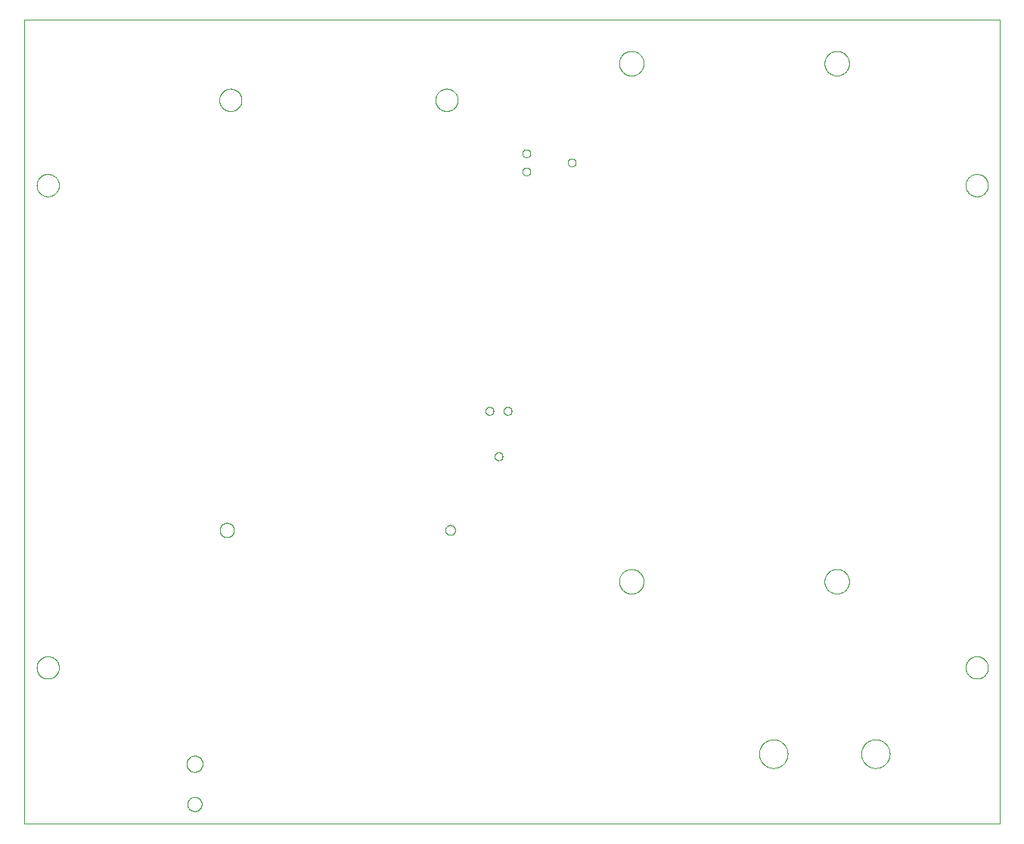
<source format=gbp>
G04 EAGLE Gerber RS-274X export*
G75*
%MOMM*%
%FSLAX34Y34*%
%LPD*%
%INBottom solder paste for stencil*%
%IPPOS*%
%AMOC8*
5,1,8,0,0,1.08239X$1,22.5*%
G01*
%ADD10C,0.000000*%


D10*
X165100Y0D02*
X1257300Y0D01*
X1257300Y900000D01*
X165100Y900000D01*
X165100Y0D01*
X178850Y175000D02*
X178854Y175307D01*
X178865Y175613D01*
X178884Y175920D01*
X178910Y176225D01*
X178944Y176530D01*
X178985Y176834D01*
X179034Y177137D01*
X179090Y177439D01*
X179154Y177739D01*
X179225Y178037D01*
X179303Y178334D01*
X179388Y178629D01*
X179481Y178921D01*
X179581Y179211D01*
X179688Y179499D01*
X179802Y179784D01*
X179922Y180066D01*
X180050Y180344D01*
X180185Y180620D01*
X180326Y180892D01*
X180474Y181161D01*
X180628Y181426D01*
X180789Y181687D01*
X180957Y181945D01*
X181130Y182198D01*
X181310Y182446D01*
X181496Y182690D01*
X181687Y182930D01*
X181885Y183165D01*
X182088Y183394D01*
X182297Y183619D01*
X182511Y183839D01*
X182731Y184053D01*
X182956Y184262D01*
X183185Y184465D01*
X183420Y184663D01*
X183660Y184854D01*
X183904Y185040D01*
X184152Y185220D01*
X184405Y185393D01*
X184663Y185561D01*
X184924Y185722D01*
X185189Y185876D01*
X185458Y186024D01*
X185730Y186165D01*
X186006Y186300D01*
X186284Y186428D01*
X186566Y186548D01*
X186851Y186662D01*
X187139Y186769D01*
X187429Y186869D01*
X187721Y186962D01*
X188016Y187047D01*
X188313Y187125D01*
X188611Y187196D01*
X188911Y187260D01*
X189213Y187316D01*
X189516Y187365D01*
X189820Y187406D01*
X190125Y187440D01*
X190430Y187466D01*
X190737Y187485D01*
X191043Y187496D01*
X191350Y187500D01*
X191657Y187496D01*
X191963Y187485D01*
X192270Y187466D01*
X192575Y187440D01*
X192880Y187406D01*
X193184Y187365D01*
X193487Y187316D01*
X193789Y187260D01*
X194089Y187196D01*
X194387Y187125D01*
X194684Y187047D01*
X194979Y186962D01*
X195271Y186869D01*
X195561Y186769D01*
X195849Y186662D01*
X196134Y186548D01*
X196416Y186428D01*
X196694Y186300D01*
X196970Y186165D01*
X197242Y186024D01*
X197511Y185876D01*
X197776Y185722D01*
X198037Y185561D01*
X198295Y185393D01*
X198548Y185220D01*
X198796Y185040D01*
X199040Y184854D01*
X199280Y184663D01*
X199515Y184465D01*
X199744Y184262D01*
X199969Y184053D01*
X200189Y183839D01*
X200403Y183619D01*
X200612Y183394D01*
X200815Y183165D01*
X201013Y182930D01*
X201204Y182690D01*
X201390Y182446D01*
X201570Y182198D01*
X201743Y181945D01*
X201911Y181687D01*
X202072Y181426D01*
X202226Y181161D01*
X202374Y180892D01*
X202515Y180620D01*
X202650Y180344D01*
X202778Y180066D01*
X202898Y179784D01*
X203012Y179499D01*
X203119Y179211D01*
X203219Y178921D01*
X203312Y178629D01*
X203397Y178334D01*
X203475Y178037D01*
X203546Y177739D01*
X203610Y177439D01*
X203666Y177137D01*
X203715Y176834D01*
X203756Y176530D01*
X203790Y176225D01*
X203816Y175920D01*
X203835Y175613D01*
X203846Y175307D01*
X203850Y175000D01*
X203846Y174693D01*
X203835Y174387D01*
X203816Y174080D01*
X203790Y173775D01*
X203756Y173470D01*
X203715Y173166D01*
X203666Y172863D01*
X203610Y172561D01*
X203546Y172261D01*
X203475Y171963D01*
X203397Y171666D01*
X203312Y171371D01*
X203219Y171079D01*
X203119Y170789D01*
X203012Y170501D01*
X202898Y170216D01*
X202778Y169934D01*
X202650Y169656D01*
X202515Y169380D01*
X202374Y169108D01*
X202226Y168839D01*
X202072Y168574D01*
X201911Y168313D01*
X201743Y168055D01*
X201570Y167802D01*
X201390Y167554D01*
X201204Y167310D01*
X201013Y167070D01*
X200815Y166835D01*
X200612Y166606D01*
X200403Y166381D01*
X200189Y166161D01*
X199969Y165947D01*
X199744Y165738D01*
X199515Y165535D01*
X199280Y165337D01*
X199040Y165146D01*
X198796Y164960D01*
X198548Y164780D01*
X198295Y164607D01*
X198037Y164439D01*
X197776Y164278D01*
X197511Y164124D01*
X197242Y163976D01*
X196970Y163835D01*
X196694Y163700D01*
X196416Y163572D01*
X196134Y163452D01*
X195849Y163338D01*
X195561Y163231D01*
X195271Y163131D01*
X194979Y163038D01*
X194684Y162953D01*
X194387Y162875D01*
X194089Y162804D01*
X193789Y162740D01*
X193487Y162684D01*
X193184Y162635D01*
X192880Y162594D01*
X192575Y162560D01*
X192270Y162534D01*
X191963Y162515D01*
X191657Y162504D01*
X191350Y162500D01*
X191043Y162504D01*
X190737Y162515D01*
X190430Y162534D01*
X190125Y162560D01*
X189820Y162594D01*
X189516Y162635D01*
X189213Y162684D01*
X188911Y162740D01*
X188611Y162804D01*
X188313Y162875D01*
X188016Y162953D01*
X187721Y163038D01*
X187429Y163131D01*
X187139Y163231D01*
X186851Y163338D01*
X186566Y163452D01*
X186284Y163572D01*
X186006Y163700D01*
X185730Y163835D01*
X185458Y163976D01*
X185189Y164124D01*
X184924Y164278D01*
X184663Y164439D01*
X184405Y164607D01*
X184152Y164780D01*
X183904Y164960D01*
X183660Y165146D01*
X183420Y165337D01*
X183185Y165535D01*
X182956Y165738D01*
X182731Y165947D01*
X182511Y166161D01*
X182297Y166381D01*
X182088Y166606D01*
X181885Y166835D01*
X181687Y167070D01*
X181496Y167310D01*
X181310Y167554D01*
X181130Y167802D01*
X180957Y168055D01*
X180789Y168313D01*
X180628Y168574D01*
X180474Y168839D01*
X180326Y169108D01*
X180185Y169380D01*
X180050Y169656D01*
X179922Y169934D01*
X179802Y170216D01*
X179688Y170501D01*
X179581Y170789D01*
X179481Y171079D01*
X179388Y171371D01*
X179303Y171666D01*
X179225Y171963D01*
X179154Y172261D01*
X179090Y172561D01*
X179034Y172863D01*
X178985Y173166D01*
X178944Y173470D01*
X178910Y173775D01*
X178884Y174080D01*
X178865Y174387D01*
X178854Y174693D01*
X178850Y175000D01*
X1218850Y175000D02*
X1218854Y175307D01*
X1218865Y175613D01*
X1218884Y175920D01*
X1218910Y176225D01*
X1218944Y176530D01*
X1218985Y176834D01*
X1219034Y177137D01*
X1219090Y177439D01*
X1219154Y177739D01*
X1219225Y178037D01*
X1219303Y178334D01*
X1219388Y178629D01*
X1219481Y178921D01*
X1219581Y179211D01*
X1219688Y179499D01*
X1219802Y179784D01*
X1219922Y180066D01*
X1220050Y180344D01*
X1220185Y180620D01*
X1220326Y180892D01*
X1220474Y181161D01*
X1220628Y181426D01*
X1220789Y181687D01*
X1220957Y181945D01*
X1221130Y182198D01*
X1221310Y182446D01*
X1221496Y182690D01*
X1221687Y182930D01*
X1221885Y183165D01*
X1222088Y183394D01*
X1222297Y183619D01*
X1222511Y183839D01*
X1222731Y184053D01*
X1222956Y184262D01*
X1223185Y184465D01*
X1223420Y184663D01*
X1223660Y184854D01*
X1223904Y185040D01*
X1224152Y185220D01*
X1224405Y185393D01*
X1224663Y185561D01*
X1224924Y185722D01*
X1225189Y185876D01*
X1225458Y186024D01*
X1225730Y186165D01*
X1226006Y186300D01*
X1226284Y186428D01*
X1226566Y186548D01*
X1226851Y186662D01*
X1227139Y186769D01*
X1227429Y186869D01*
X1227721Y186962D01*
X1228016Y187047D01*
X1228313Y187125D01*
X1228611Y187196D01*
X1228911Y187260D01*
X1229213Y187316D01*
X1229516Y187365D01*
X1229820Y187406D01*
X1230125Y187440D01*
X1230430Y187466D01*
X1230737Y187485D01*
X1231043Y187496D01*
X1231350Y187500D01*
X1231657Y187496D01*
X1231963Y187485D01*
X1232270Y187466D01*
X1232575Y187440D01*
X1232880Y187406D01*
X1233184Y187365D01*
X1233487Y187316D01*
X1233789Y187260D01*
X1234089Y187196D01*
X1234387Y187125D01*
X1234684Y187047D01*
X1234979Y186962D01*
X1235271Y186869D01*
X1235561Y186769D01*
X1235849Y186662D01*
X1236134Y186548D01*
X1236416Y186428D01*
X1236694Y186300D01*
X1236970Y186165D01*
X1237242Y186024D01*
X1237511Y185876D01*
X1237776Y185722D01*
X1238037Y185561D01*
X1238295Y185393D01*
X1238548Y185220D01*
X1238796Y185040D01*
X1239040Y184854D01*
X1239280Y184663D01*
X1239515Y184465D01*
X1239744Y184262D01*
X1239969Y184053D01*
X1240189Y183839D01*
X1240403Y183619D01*
X1240612Y183394D01*
X1240815Y183165D01*
X1241013Y182930D01*
X1241204Y182690D01*
X1241390Y182446D01*
X1241570Y182198D01*
X1241743Y181945D01*
X1241911Y181687D01*
X1242072Y181426D01*
X1242226Y181161D01*
X1242374Y180892D01*
X1242515Y180620D01*
X1242650Y180344D01*
X1242778Y180066D01*
X1242898Y179784D01*
X1243012Y179499D01*
X1243119Y179211D01*
X1243219Y178921D01*
X1243312Y178629D01*
X1243397Y178334D01*
X1243475Y178037D01*
X1243546Y177739D01*
X1243610Y177439D01*
X1243666Y177137D01*
X1243715Y176834D01*
X1243756Y176530D01*
X1243790Y176225D01*
X1243816Y175920D01*
X1243835Y175613D01*
X1243846Y175307D01*
X1243850Y175000D01*
X1243846Y174693D01*
X1243835Y174387D01*
X1243816Y174080D01*
X1243790Y173775D01*
X1243756Y173470D01*
X1243715Y173166D01*
X1243666Y172863D01*
X1243610Y172561D01*
X1243546Y172261D01*
X1243475Y171963D01*
X1243397Y171666D01*
X1243312Y171371D01*
X1243219Y171079D01*
X1243119Y170789D01*
X1243012Y170501D01*
X1242898Y170216D01*
X1242778Y169934D01*
X1242650Y169656D01*
X1242515Y169380D01*
X1242374Y169108D01*
X1242226Y168839D01*
X1242072Y168574D01*
X1241911Y168313D01*
X1241743Y168055D01*
X1241570Y167802D01*
X1241390Y167554D01*
X1241204Y167310D01*
X1241013Y167070D01*
X1240815Y166835D01*
X1240612Y166606D01*
X1240403Y166381D01*
X1240189Y166161D01*
X1239969Y165947D01*
X1239744Y165738D01*
X1239515Y165535D01*
X1239280Y165337D01*
X1239040Y165146D01*
X1238796Y164960D01*
X1238548Y164780D01*
X1238295Y164607D01*
X1238037Y164439D01*
X1237776Y164278D01*
X1237511Y164124D01*
X1237242Y163976D01*
X1236970Y163835D01*
X1236694Y163700D01*
X1236416Y163572D01*
X1236134Y163452D01*
X1235849Y163338D01*
X1235561Y163231D01*
X1235271Y163131D01*
X1234979Y163038D01*
X1234684Y162953D01*
X1234387Y162875D01*
X1234089Y162804D01*
X1233789Y162740D01*
X1233487Y162684D01*
X1233184Y162635D01*
X1232880Y162594D01*
X1232575Y162560D01*
X1232270Y162534D01*
X1231963Y162515D01*
X1231657Y162504D01*
X1231350Y162500D01*
X1231043Y162504D01*
X1230737Y162515D01*
X1230430Y162534D01*
X1230125Y162560D01*
X1229820Y162594D01*
X1229516Y162635D01*
X1229213Y162684D01*
X1228911Y162740D01*
X1228611Y162804D01*
X1228313Y162875D01*
X1228016Y162953D01*
X1227721Y163038D01*
X1227429Y163131D01*
X1227139Y163231D01*
X1226851Y163338D01*
X1226566Y163452D01*
X1226284Y163572D01*
X1226006Y163700D01*
X1225730Y163835D01*
X1225458Y163976D01*
X1225189Y164124D01*
X1224924Y164278D01*
X1224663Y164439D01*
X1224405Y164607D01*
X1224152Y164780D01*
X1223904Y164960D01*
X1223660Y165146D01*
X1223420Y165337D01*
X1223185Y165535D01*
X1222956Y165738D01*
X1222731Y165947D01*
X1222511Y166161D01*
X1222297Y166381D01*
X1222088Y166606D01*
X1221885Y166835D01*
X1221687Y167070D01*
X1221496Y167310D01*
X1221310Y167554D01*
X1221130Y167802D01*
X1220957Y168055D01*
X1220789Y168313D01*
X1220628Y168574D01*
X1220474Y168839D01*
X1220326Y169108D01*
X1220185Y169380D01*
X1220050Y169656D01*
X1219922Y169934D01*
X1219802Y170216D01*
X1219688Y170501D01*
X1219581Y170789D01*
X1219481Y171079D01*
X1219388Y171371D01*
X1219303Y171666D01*
X1219225Y171963D01*
X1219154Y172261D01*
X1219090Y172561D01*
X1219034Y172863D01*
X1218985Y173166D01*
X1218944Y173470D01*
X1218910Y173775D01*
X1218884Y174080D01*
X1218865Y174387D01*
X1218854Y174693D01*
X1218850Y175000D01*
X178850Y715000D02*
X178854Y715307D01*
X178865Y715613D01*
X178884Y715920D01*
X178910Y716225D01*
X178944Y716530D01*
X178985Y716834D01*
X179034Y717137D01*
X179090Y717439D01*
X179154Y717739D01*
X179225Y718037D01*
X179303Y718334D01*
X179388Y718629D01*
X179481Y718921D01*
X179581Y719211D01*
X179688Y719499D01*
X179802Y719784D01*
X179922Y720066D01*
X180050Y720344D01*
X180185Y720620D01*
X180326Y720892D01*
X180474Y721161D01*
X180628Y721426D01*
X180789Y721687D01*
X180957Y721945D01*
X181130Y722198D01*
X181310Y722446D01*
X181496Y722690D01*
X181687Y722930D01*
X181885Y723165D01*
X182088Y723394D01*
X182297Y723619D01*
X182511Y723839D01*
X182731Y724053D01*
X182956Y724262D01*
X183185Y724465D01*
X183420Y724663D01*
X183660Y724854D01*
X183904Y725040D01*
X184152Y725220D01*
X184405Y725393D01*
X184663Y725561D01*
X184924Y725722D01*
X185189Y725876D01*
X185458Y726024D01*
X185730Y726165D01*
X186006Y726300D01*
X186284Y726428D01*
X186566Y726548D01*
X186851Y726662D01*
X187139Y726769D01*
X187429Y726869D01*
X187721Y726962D01*
X188016Y727047D01*
X188313Y727125D01*
X188611Y727196D01*
X188911Y727260D01*
X189213Y727316D01*
X189516Y727365D01*
X189820Y727406D01*
X190125Y727440D01*
X190430Y727466D01*
X190737Y727485D01*
X191043Y727496D01*
X191350Y727500D01*
X191657Y727496D01*
X191963Y727485D01*
X192270Y727466D01*
X192575Y727440D01*
X192880Y727406D01*
X193184Y727365D01*
X193487Y727316D01*
X193789Y727260D01*
X194089Y727196D01*
X194387Y727125D01*
X194684Y727047D01*
X194979Y726962D01*
X195271Y726869D01*
X195561Y726769D01*
X195849Y726662D01*
X196134Y726548D01*
X196416Y726428D01*
X196694Y726300D01*
X196970Y726165D01*
X197242Y726024D01*
X197511Y725876D01*
X197776Y725722D01*
X198037Y725561D01*
X198295Y725393D01*
X198548Y725220D01*
X198796Y725040D01*
X199040Y724854D01*
X199280Y724663D01*
X199515Y724465D01*
X199744Y724262D01*
X199969Y724053D01*
X200189Y723839D01*
X200403Y723619D01*
X200612Y723394D01*
X200815Y723165D01*
X201013Y722930D01*
X201204Y722690D01*
X201390Y722446D01*
X201570Y722198D01*
X201743Y721945D01*
X201911Y721687D01*
X202072Y721426D01*
X202226Y721161D01*
X202374Y720892D01*
X202515Y720620D01*
X202650Y720344D01*
X202778Y720066D01*
X202898Y719784D01*
X203012Y719499D01*
X203119Y719211D01*
X203219Y718921D01*
X203312Y718629D01*
X203397Y718334D01*
X203475Y718037D01*
X203546Y717739D01*
X203610Y717439D01*
X203666Y717137D01*
X203715Y716834D01*
X203756Y716530D01*
X203790Y716225D01*
X203816Y715920D01*
X203835Y715613D01*
X203846Y715307D01*
X203850Y715000D01*
X203846Y714693D01*
X203835Y714387D01*
X203816Y714080D01*
X203790Y713775D01*
X203756Y713470D01*
X203715Y713166D01*
X203666Y712863D01*
X203610Y712561D01*
X203546Y712261D01*
X203475Y711963D01*
X203397Y711666D01*
X203312Y711371D01*
X203219Y711079D01*
X203119Y710789D01*
X203012Y710501D01*
X202898Y710216D01*
X202778Y709934D01*
X202650Y709656D01*
X202515Y709380D01*
X202374Y709108D01*
X202226Y708839D01*
X202072Y708574D01*
X201911Y708313D01*
X201743Y708055D01*
X201570Y707802D01*
X201390Y707554D01*
X201204Y707310D01*
X201013Y707070D01*
X200815Y706835D01*
X200612Y706606D01*
X200403Y706381D01*
X200189Y706161D01*
X199969Y705947D01*
X199744Y705738D01*
X199515Y705535D01*
X199280Y705337D01*
X199040Y705146D01*
X198796Y704960D01*
X198548Y704780D01*
X198295Y704607D01*
X198037Y704439D01*
X197776Y704278D01*
X197511Y704124D01*
X197242Y703976D01*
X196970Y703835D01*
X196694Y703700D01*
X196416Y703572D01*
X196134Y703452D01*
X195849Y703338D01*
X195561Y703231D01*
X195271Y703131D01*
X194979Y703038D01*
X194684Y702953D01*
X194387Y702875D01*
X194089Y702804D01*
X193789Y702740D01*
X193487Y702684D01*
X193184Y702635D01*
X192880Y702594D01*
X192575Y702560D01*
X192270Y702534D01*
X191963Y702515D01*
X191657Y702504D01*
X191350Y702500D01*
X191043Y702504D01*
X190737Y702515D01*
X190430Y702534D01*
X190125Y702560D01*
X189820Y702594D01*
X189516Y702635D01*
X189213Y702684D01*
X188911Y702740D01*
X188611Y702804D01*
X188313Y702875D01*
X188016Y702953D01*
X187721Y703038D01*
X187429Y703131D01*
X187139Y703231D01*
X186851Y703338D01*
X186566Y703452D01*
X186284Y703572D01*
X186006Y703700D01*
X185730Y703835D01*
X185458Y703976D01*
X185189Y704124D01*
X184924Y704278D01*
X184663Y704439D01*
X184405Y704607D01*
X184152Y704780D01*
X183904Y704960D01*
X183660Y705146D01*
X183420Y705337D01*
X183185Y705535D01*
X182956Y705738D01*
X182731Y705947D01*
X182511Y706161D01*
X182297Y706381D01*
X182088Y706606D01*
X181885Y706835D01*
X181687Y707070D01*
X181496Y707310D01*
X181310Y707554D01*
X181130Y707802D01*
X180957Y708055D01*
X180789Y708313D01*
X180628Y708574D01*
X180474Y708839D01*
X180326Y709108D01*
X180185Y709380D01*
X180050Y709656D01*
X179922Y709934D01*
X179802Y710216D01*
X179688Y710501D01*
X179581Y710789D01*
X179481Y711079D01*
X179388Y711371D01*
X179303Y711666D01*
X179225Y711963D01*
X179154Y712261D01*
X179090Y712561D01*
X179034Y712863D01*
X178985Y713166D01*
X178944Y713470D01*
X178910Y713775D01*
X178884Y714080D01*
X178865Y714387D01*
X178854Y714693D01*
X178850Y715000D01*
X1218850Y715000D02*
X1218854Y715307D01*
X1218865Y715613D01*
X1218884Y715920D01*
X1218910Y716225D01*
X1218944Y716530D01*
X1218985Y716834D01*
X1219034Y717137D01*
X1219090Y717439D01*
X1219154Y717739D01*
X1219225Y718037D01*
X1219303Y718334D01*
X1219388Y718629D01*
X1219481Y718921D01*
X1219581Y719211D01*
X1219688Y719499D01*
X1219802Y719784D01*
X1219922Y720066D01*
X1220050Y720344D01*
X1220185Y720620D01*
X1220326Y720892D01*
X1220474Y721161D01*
X1220628Y721426D01*
X1220789Y721687D01*
X1220957Y721945D01*
X1221130Y722198D01*
X1221310Y722446D01*
X1221496Y722690D01*
X1221687Y722930D01*
X1221885Y723165D01*
X1222088Y723394D01*
X1222297Y723619D01*
X1222511Y723839D01*
X1222731Y724053D01*
X1222956Y724262D01*
X1223185Y724465D01*
X1223420Y724663D01*
X1223660Y724854D01*
X1223904Y725040D01*
X1224152Y725220D01*
X1224405Y725393D01*
X1224663Y725561D01*
X1224924Y725722D01*
X1225189Y725876D01*
X1225458Y726024D01*
X1225730Y726165D01*
X1226006Y726300D01*
X1226284Y726428D01*
X1226566Y726548D01*
X1226851Y726662D01*
X1227139Y726769D01*
X1227429Y726869D01*
X1227721Y726962D01*
X1228016Y727047D01*
X1228313Y727125D01*
X1228611Y727196D01*
X1228911Y727260D01*
X1229213Y727316D01*
X1229516Y727365D01*
X1229820Y727406D01*
X1230125Y727440D01*
X1230430Y727466D01*
X1230737Y727485D01*
X1231043Y727496D01*
X1231350Y727500D01*
X1231657Y727496D01*
X1231963Y727485D01*
X1232270Y727466D01*
X1232575Y727440D01*
X1232880Y727406D01*
X1233184Y727365D01*
X1233487Y727316D01*
X1233789Y727260D01*
X1234089Y727196D01*
X1234387Y727125D01*
X1234684Y727047D01*
X1234979Y726962D01*
X1235271Y726869D01*
X1235561Y726769D01*
X1235849Y726662D01*
X1236134Y726548D01*
X1236416Y726428D01*
X1236694Y726300D01*
X1236970Y726165D01*
X1237242Y726024D01*
X1237511Y725876D01*
X1237776Y725722D01*
X1238037Y725561D01*
X1238295Y725393D01*
X1238548Y725220D01*
X1238796Y725040D01*
X1239040Y724854D01*
X1239280Y724663D01*
X1239515Y724465D01*
X1239744Y724262D01*
X1239969Y724053D01*
X1240189Y723839D01*
X1240403Y723619D01*
X1240612Y723394D01*
X1240815Y723165D01*
X1241013Y722930D01*
X1241204Y722690D01*
X1241390Y722446D01*
X1241570Y722198D01*
X1241743Y721945D01*
X1241911Y721687D01*
X1242072Y721426D01*
X1242226Y721161D01*
X1242374Y720892D01*
X1242515Y720620D01*
X1242650Y720344D01*
X1242778Y720066D01*
X1242898Y719784D01*
X1243012Y719499D01*
X1243119Y719211D01*
X1243219Y718921D01*
X1243312Y718629D01*
X1243397Y718334D01*
X1243475Y718037D01*
X1243546Y717739D01*
X1243610Y717439D01*
X1243666Y717137D01*
X1243715Y716834D01*
X1243756Y716530D01*
X1243790Y716225D01*
X1243816Y715920D01*
X1243835Y715613D01*
X1243846Y715307D01*
X1243850Y715000D01*
X1243846Y714693D01*
X1243835Y714387D01*
X1243816Y714080D01*
X1243790Y713775D01*
X1243756Y713470D01*
X1243715Y713166D01*
X1243666Y712863D01*
X1243610Y712561D01*
X1243546Y712261D01*
X1243475Y711963D01*
X1243397Y711666D01*
X1243312Y711371D01*
X1243219Y711079D01*
X1243119Y710789D01*
X1243012Y710501D01*
X1242898Y710216D01*
X1242778Y709934D01*
X1242650Y709656D01*
X1242515Y709380D01*
X1242374Y709108D01*
X1242226Y708839D01*
X1242072Y708574D01*
X1241911Y708313D01*
X1241743Y708055D01*
X1241570Y707802D01*
X1241390Y707554D01*
X1241204Y707310D01*
X1241013Y707070D01*
X1240815Y706835D01*
X1240612Y706606D01*
X1240403Y706381D01*
X1240189Y706161D01*
X1239969Y705947D01*
X1239744Y705738D01*
X1239515Y705535D01*
X1239280Y705337D01*
X1239040Y705146D01*
X1238796Y704960D01*
X1238548Y704780D01*
X1238295Y704607D01*
X1238037Y704439D01*
X1237776Y704278D01*
X1237511Y704124D01*
X1237242Y703976D01*
X1236970Y703835D01*
X1236694Y703700D01*
X1236416Y703572D01*
X1236134Y703452D01*
X1235849Y703338D01*
X1235561Y703231D01*
X1235271Y703131D01*
X1234979Y703038D01*
X1234684Y702953D01*
X1234387Y702875D01*
X1234089Y702804D01*
X1233789Y702740D01*
X1233487Y702684D01*
X1233184Y702635D01*
X1232880Y702594D01*
X1232575Y702560D01*
X1232270Y702534D01*
X1231963Y702515D01*
X1231657Y702504D01*
X1231350Y702500D01*
X1231043Y702504D01*
X1230737Y702515D01*
X1230430Y702534D01*
X1230125Y702560D01*
X1229820Y702594D01*
X1229516Y702635D01*
X1229213Y702684D01*
X1228911Y702740D01*
X1228611Y702804D01*
X1228313Y702875D01*
X1228016Y702953D01*
X1227721Y703038D01*
X1227429Y703131D01*
X1227139Y703231D01*
X1226851Y703338D01*
X1226566Y703452D01*
X1226284Y703572D01*
X1226006Y703700D01*
X1225730Y703835D01*
X1225458Y703976D01*
X1225189Y704124D01*
X1224924Y704278D01*
X1224663Y704439D01*
X1224405Y704607D01*
X1224152Y704780D01*
X1223904Y704960D01*
X1223660Y705146D01*
X1223420Y705337D01*
X1223185Y705535D01*
X1222956Y705738D01*
X1222731Y705947D01*
X1222511Y706161D01*
X1222297Y706381D01*
X1222088Y706606D01*
X1221885Y706835D01*
X1221687Y707070D01*
X1221496Y707310D01*
X1221310Y707554D01*
X1221130Y707802D01*
X1220957Y708055D01*
X1220789Y708313D01*
X1220628Y708574D01*
X1220474Y708839D01*
X1220326Y709108D01*
X1220185Y709380D01*
X1220050Y709656D01*
X1219922Y709934D01*
X1219802Y710216D01*
X1219688Y710501D01*
X1219581Y710789D01*
X1219481Y711079D01*
X1219388Y711371D01*
X1219303Y711666D01*
X1219225Y711963D01*
X1219154Y712261D01*
X1219090Y712561D01*
X1219034Y712863D01*
X1218985Y713166D01*
X1218944Y713470D01*
X1218910Y713775D01*
X1218884Y714080D01*
X1218865Y714387D01*
X1218854Y714693D01*
X1218850Y715000D01*
X830875Y851445D02*
X830879Y851782D01*
X830892Y852120D01*
X830912Y852457D01*
X830941Y852793D01*
X830978Y853128D01*
X831024Y853463D01*
X831077Y853796D01*
X831139Y854127D01*
X831209Y854458D01*
X831287Y854786D01*
X831373Y855112D01*
X831467Y855436D01*
X831569Y855758D01*
X831679Y856077D01*
X831796Y856394D01*
X831922Y856707D01*
X832055Y857017D01*
X832195Y857324D01*
X832343Y857627D01*
X832499Y857927D01*
X832661Y858222D01*
X832831Y858514D01*
X833008Y858801D01*
X833192Y859084D01*
X833383Y859362D01*
X833581Y859636D01*
X833785Y859904D01*
X833996Y860168D01*
X834213Y860426D01*
X834437Y860679D01*
X834667Y860926D01*
X834902Y861168D01*
X835144Y861403D01*
X835391Y861633D01*
X835644Y861857D01*
X835902Y862074D01*
X836166Y862285D01*
X836434Y862489D01*
X836708Y862687D01*
X836986Y862878D01*
X837269Y863062D01*
X837556Y863239D01*
X837848Y863409D01*
X838143Y863571D01*
X838443Y863727D01*
X838746Y863875D01*
X839053Y864015D01*
X839363Y864148D01*
X839676Y864274D01*
X839993Y864391D01*
X840312Y864501D01*
X840634Y864603D01*
X840958Y864697D01*
X841284Y864783D01*
X841612Y864861D01*
X841943Y864931D01*
X842274Y864993D01*
X842607Y865046D01*
X842942Y865092D01*
X843277Y865129D01*
X843613Y865158D01*
X843950Y865178D01*
X844288Y865191D01*
X844625Y865195D01*
X844962Y865191D01*
X845300Y865178D01*
X845637Y865158D01*
X845973Y865129D01*
X846308Y865092D01*
X846643Y865046D01*
X846976Y864993D01*
X847307Y864931D01*
X847638Y864861D01*
X847966Y864783D01*
X848292Y864697D01*
X848616Y864603D01*
X848938Y864501D01*
X849257Y864391D01*
X849574Y864274D01*
X849887Y864148D01*
X850197Y864015D01*
X850504Y863875D01*
X850807Y863727D01*
X851107Y863571D01*
X851402Y863409D01*
X851694Y863239D01*
X851981Y863062D01*
X852264Y862878D01*
X852542Y862687D01*
X852816Y862489D01*
X853084Y862285D01*
X853348Y862074D01*
X853606Y861857D01*
X853859Y861633D01*
X854106Y861403D01*
X854348Y861168D01*
X854583Y860926D01*
X854813Y860679D01*
X855037Y860426D01*
X855254Y860168D01*
X855465Y859904D01*
X855669Y859636D01*
X855867Y859362D01*
X856058Y859084D01*
X856242Y858801D01*
X856419Y858514D01*
X856589Y858222D01*
X856751Y857927D01*
X856907Y857627D01*
X857055Y857324D01*
X857195Y857017D01*
X857328Y856707D01*
X857454Y856394D01*
X857571Y856077D01*
X857681Y855758D01*
X857783Y855436D01*
X857877Y855112D01*
X857963Y854786D01*
X858041Y854458D01*
X858111Y854127D01*
X858173Y853796D01*
X858226Y853463D01*
X858272Y853128D01*
X858309Y852793D01*
X858338Y852457D01*
X858358Y852120D01*
X858371Y851782D01*
X858375Y851445D01*
X858371Y851108D01*
X858358Y850770D01*
X858338Y850433D01*
X858309Y850097D01*
X858272Y849762D01*
X858226Y849427D01*
X858173Y849094D01*
X858111Y848763D01*
X858041Y848432D01*
X857963Y848104D01*
X857877Y847778D01*
X857783Y847454D01*
X857681Y847132D01*
X857571Y846813D01*
X857454Y846496D01*
X857328Y846183D01*
X857195Y845873D01*
X857055Y845566D01*
X856907Y845263D01*
X856751Y844963D01*
X856589Y844668D01*
X856419Y844376D01*
X856242Y844089D01*
X856058Y843806D01*
X855867Y843528D01*
X855669Y843254D01*
X855465Y842986D01*
X855254Y842722D01*
X855037Y842464D01*
X854813Y842211D01*
X854583Y841964D01*
X854348Y841722D01*
X854106Y841487D01*
X853859Y841257D01*
X853606Y841033D01*
X853348Y840816D01*
X853084Y840605D01*
X852816Y840401D01*
X852542Y840203D01*
X852264Y840012D01*
X851981Y839828D01*
X851694Y839651D01*
X851402Y839481D01*
X851107Y839319D01*
X850807Y839163D01*
X850504Y839015D01*
X850197Y838875D01*
X849887Y838742D01*
X849574Y838616D01*
X849257Y838499D01*
X848938Y838389D01*
X848616Y838287D01*
X848292Y838193D01*
X847966Y838107D01*
X847638Y838029D01*
X847307Y837959D01*
X846976Y837897D01*
X846643Y837844D01*
X846308Y837798D01*
X845973Y837761D01*
X845637Y837732D01*
X845300Y837712D01*
X844962Y837699D01*
X844625Y837695D01*
X844288Y837699D01*
X843950Y837712D01*
X843613Y837732D01*
X843277Y837761D01*
X842942Y837798D01*
X842607Y837844D01*
X842274Y837897D01*
X841943Y837959D01*
X841612Y838029D01*
X841284Y838107D01*
X840958Y838193D01*
X840634Y838287D01*
X840312Y838389D01*
X839993Y838499D01*
X839676Y838616D01*
X839363Y838742D01*
X839053Y838875D01*
X838746Y839015D01*
X838443Y839163D01*
X838143Y839319D01*
X837848Y839481D01*
X837556Y839651D01*
X837269Y839828D01*
X836986Y840012D01*
X836708Y840203D01*
X836434Y840401D01*
X836166Y840605D01*
X835902Y840816D01*
X835644Y841033D01*
X835391Y841257D01*
X835144Y841487D01*
X834902Y841722D01*
X834667Y841964D01*
X834437Y842211D01*
X834213Y842464D01*
X833996Y842722D01*
X833785Y842986D01*
X833581Y843254D01*
X833383Y843528D01*
X833192Y843806D01*
X833008Y844089D01*
X832831Y844376D01*
X832661Y844668D01*
X832499Y844963D01*
X832343Y845263D01*
X832195Y845566D01*
X832055Y845873D01*
X831922Y846183D01*
X831796Y846496D01*
X831679Y846813D01*
X831569Y847132D01*
X831467Y847454D01*
X831373Y847778D01*
X831287Y848104D01*
X831209Y848432D01*
X831139Y848763D01*
X831077Y849094D01*
X831024Y849427D01*
X830978Y849762D01*
X830941Y850097D01*
X830912Y850433D01*
X830892Y850770D01*
X830879Y851108D01*
X830875Y851445D01*
X830875Y271445D02*
X830879Y271782D01*
X830892Y272120D01*
X830912Y272457D01*
X830941Y272793D01*
X830978Y273128D01*
X831024Y273463D01*
X831077Y273796D01*
X831139Y274127D01*
X831209Y274458D01*
X831287Y274786D01*
X831373Y275112D01*
X831467Y275436D01*
X831569Y275758D01*
X831679Y276077D01*
X831796Y276394D01*
X831922Y276707D01*
X832055Y277017D01*
X832195Y277324D01*
X832343Y277627D01*
X832499Y277927D01*
X832661Y278222D01*
X832831Y278514D01*
X833008Y278801D01*
X833192Y279084D01*
X833383Y279362D01*
X833581Y279636D01*
X833785Y279904D01*
X833996Y280168D01*
X834213Y280426D01*
X834437Y280679D01*
X834667Y280926D01*
X834902Y281168D01*
X835144Y281403D01*
X835391Y281633D01*
X835644Y281857D01*
X835902Y282074D01*
X836166Y282285D01*
X836434Y282489D01*
X836708Y282687D01*
X836986Y282878D01*
X837269Y283062D01*
X837556Y283239D01*
X837848Y283409D01*
X838143Y283571D01*
X838443Y283727D01*
X838746Y283875D01*
X839053Y284015D01*
X839363Y284148D01*
X839676Y284274D01*
X839993Y284391D01*
X840312Y284501D01*
X840634Y284603D01*
X840958Y284697D01*
X841284Y284783D01*
X841612Y284861D01*
X841943Y284931D01*
X842274Y284993D01*
X842607Y285046D01*
X842942Y285092D01*
X843277Y285129D01*
X843613Y285158D01*
X843950Y285178D01*
X844288Y285191D01*
X844625Y285195D01*
X844962Y285191D01*
X845300Y285178D01*
X845637Y285158D01*
X845973Y285129D01*
X846308Y285092D01*
X846643Y285046D01*
X846976Y284993D01*
X847307Y284931D01*
X847638Y284861D01*
X847966Y284783D01*
X848292Y284697D01*
X848616Y284603D01*
X848938Y284501D01*
X849257Y284391D01*
X849574Y284274D01*
X849887Y284148D01*
X850197Y284015D01*
X850504Y283875D01*
X850807Y283727D01*
X851107Y283571D01*
X851402Y283409D01*
X851694Y283239D01*
X851981Y283062D01*
X852264Y282878D01*
X852542Y282687D01*
X852816Y282489D01*
X853084Y282285D01*
X853348Y282074D01*
X853606Y281857D01*
X853859Y281633D01*
X854106Y281403D01*
X854348Y281168D01*
X854583Y280926D01*
X854813Y280679D01*
X855037Y280426D01*
X855254Y280168D01*
X855465Y279904D01*
X855669Y279636D01*
X855867Y279362D01*
X856058Y279084D01*
X856242Y278801D01*
X856419Y278514D01*
X856589Y278222D01*
X856751Y277927D01*
X856907Y277627D01*
X857055Y277324D01*
X857195Y277017D01*
X857328Y276707D01*
X857454Y276394D01*
X857571Y276077D01*
X857681Y275758D01*
X857783Y275436D01*
X857877Y275112D01*
X857963Y274786D01*
X858041Y274458D01*
X858111Y274127D01*
X858173Y273796D01*
X858226Y273463D01*
X858272Y273128D01*
X858309Y272793D01*
X858338Y272457D01*
X858358Y272120D01*
X858371Y271782D01*
X858375Y271445D01*
X858371Y271108D01*
X858358Y270770D01*
X858338Y270433D01*
X858309Y270097D01*
X858272Y269762D01*
X858226Y269427D01*
X858173Y269094D01*
X858111Y268763D01*
X858041Y268432D01*
X857963Y268104D01*
X857877Y267778D01*
X857783Y267454D01*
X857681Y267132D01*
X857571Y266813D01*
X857454Y266496D01*
X857328Y266183D01*
X857195Y265873D01*
X857055Y265566D01*
X856907Y265263D01*
X856751Y264963D01*
X856589Y264668D01*
X856419Y264376D01*
X856242Y264089D01*
X856058Y263806D01*
X855867Y263528D01*
X855669Y263254D01*
X855465Y262986D01*
X855254Y262722D01*
X855037Y262464D01*
X854813Y262211D01*
X854583Y261964D01*
X854348Y261722D01*
X854106Y261487D01*
X853859Y261257D01*
X853606Y261033D01*
X853348Y260816D01*
X853084Y260605D01*
X852816Y260401D01*
X852542Y260203D01*
X852264Y260012D01*
X851981Y259828D01*
X851694Y259651D01*
X851402Y259481D01*
X851107Y259319D01*
X850807Y259163D01*
X850504Y259015D01*
X850197Y258875D01*
X849887Y258742D01*
X849574Y258616D01*
X849257Y258499D01*
X848938Y258389D01*
X848616Y258287D01*
X848292Y258193D01*
X847966Y258107D01*
X847638Y258029D01*
X847307Y257959D01*
X846976Y257897D01*
X846643Y257844D01*
X846308Y257798D01*
X845973Y257761D01*
X845637Y257732D01*
X845300Y257712D01*
X844962Y257699D01*
X844625Y257695D01*
X844288Y257699D01*
X843950Y257712D01*
X843613Y257732D01*
X843277Y257761D01*
X842942Y257798D01*
X842607Y257844D01*
X842274Y257897D01*
X841943Y257959D01*
X841612Y258029D01*
X841284Y258107D01*
X840958Y258193D01*
X840634Y258287D01*
X840312Y258389D01*
X839993Y258499D01*
X839676Y258616D01*
X839363Y258742D01*
X839053Y258875D01*
X838746Y259015D01*
X838443Y259163D01*
X838143Y259319D01*
X837848Y259481D01*
X837556Y259651D01*
X837269Y259828D01*
X836986Y260012D01*
X836708Y260203D01*
X836434Y260401D01*
X836166Y260605D01*
X835902Y260816D01*
X835644Y261033D01*
X835391Y261257D01*
X835144Y261487D01*
X834902Y261722D01*
X834667Y261964D01*
X834437Y262211D01*
X834213Y262464D01*
X833996Y262722D01*
X833785Y262986D01*
X833581Y263254D01*
X833383Y263528D01*
X833192Y263806D01*
X833008Y264089D01*
X832831Y264376D01*
X832661Y264668D01*
X832499Y264963D01*
X832343Y265263D01*
X832195Y265566D01*
X832055Y265873D01*
X831922Y266183D01*
X831796Y266496D01*
X831679Y266813D01*
X831569Y267132D01*
X831467Y267454D01*
X831373Y267778D01*
X831287Y268104D01*
X831209Y268432D01*
X831139Y268763D01*
X831077Y269094D01*
X831024Y269427D01*
X830978Y269762D01*
X830941Y270097D01*
X830912Y270433D01*
X830892Y270770D01*
X830879Y271108D01*
X830875Y271445D01*
X1060875Y851445D02*
X1060879Y851782D01*
X1060892Y852120D01*
X1060912Y852457D01*
X1060941Y852793D01*
X1060978Y853128D01*
X1061024Y853463D01*
X1061077Y853796D01*
X1061139Y854127D01*
X1061209Y854458D01*
X1061287Y854786D01*
X1061373Y855112D01*
X1061467Y855436D01*
X1061569Y855758D01*
X1061679Y856077D01*
X1061796Y856394D01*
X1061922Y856707D01*
X1062055Y857017D01*
X1062195Y857324D01*
X1062343Y857627D01*
X1062499Y857927D01*
X1062661Y858222D01*
X1062831Y858514D01*
X1063008Y858801D01*
X1063192Y859084D01*
X1063383Y859362D01*
X1063581Y859636D01*
X1063785Y859904D01*
X1063996Y860168D01*
X1064213Y860426D01*
X1064437Y860679D01*
X1064667Y860926D01*
X1064902Y861168D01*
X1065144Y861403D01*
X1065391Y861633D01*
X1065644Y861857D01*
X1065902Y862074D01*
X1066166Y862285D01*
X1066434Y862489D01*
X1066708Y862687D01*
X1066986Y862878D01*
X1067269Y863062D01*
X1067556Y863239D01*
X1067848Y863409D01*
X1068143Y863571D01*
X1068443Y863727D01*
X1068746Y863875D01*
X1069053Y864015D01*
X1069363Y864148D01*
X1069676Y864274D01*
X1069993Y864391D01*
X1070312Y864501D01*
X1070634Y864603D01*
X1070958Y864697D01*
X1071284Y864783D01*
X1071612Y864861D01*
X1071943Y864931D01*
X1072274Y864993D01*
X1072607Y865046D01*
X1072942Y865092D01*
X1073277Y865129D01*
X1073613Y865158D01*
X1073950Y865178D01*
X1074288Y865191D01*
X1074625Y865195D01*
X1074962Y865191D01*
X1075300Y865178D01*
X1075637Y865158D01*
X1075973Y865129D01*
X1076308Y865092D01*
X1076643Y865046D01*
X1076976Y864993D01*
X1077307Y864931D01*
X1077638Y864861D01*
X1077966Y864783D01*
X1078292Y864697D01*
X1078616Y864603D01*
X1078938Y864501D01*
X1079257Y864391D01*
X1079574Y864274D01*
X1079887Y864148D01*
X1080197Y864015D01*
X1080504Y863875D01*
X1080807Y863727D01*
X1081107Y863571D01*
X1081402Y863409D01*
X1081694Y863239D01*
X1081981Y863062D01*
X1082264Y862878D01*
X1082542Y862687D01*
X1082816Y862489D01*
X1083084Y862285D01*
X1083348Y862074D01*
X1083606Y861857D01*
X1083859Y861633D01*
X1084106Y861403D01*
X1084348Y861168D01*
X1084583Y860926D01*
X1084813Y860679D01*
X1085037Y860426D01*
X1085254Y860168D01*
X1085465Y859904D01*
X1085669Y859636D01*
X1085867Y859362D01*
X1086058Y859084D01*
X1086242Y858801D01*
X1086419Y858514D01*
X1086589Y858222D01*
X1086751Y857927D01*
X1086907Y857627D01*
X1087055Y857324D01*
X1087195Y857017D01*
X1087328Y856707D01*
X1087454Y856394D01*
X1087571Y856077D01*
X1087681Y855758D01*
X1087783Y855436D01*
X1087877Y855112D01*
X1087963Y854786D01*
X1088041Y854458D01*
X1088111Y854127D01*
X1088173Y853796D01*
X1088226Y853463D01*
X1088272Y853128D01*
X1088309Y852793D01*
X1088338Y852457D01*
X1088358Y852120D01*
X1088371Y851782D01*
X1088375Y851445D01*
X1088371Y851108D01*
X1088358Y850770D01*
X1088338Y850433D01*
X1088309Y850097D01*
X1088272Y849762D01*
X1088226Y849427D01*
X1088173Y849094D01*
X1088111Y848763D01*
X1088041Y848432D01*
X1087963Y848104D01*
X1087877Y847778D01*
X1087783Y847454D01*
X1087681Y847132D01*
X1087571Y846813D01*
X1087454Y846496D01*
X1087328Y846183D01*
X1087195Y845873D01*
X1087055Y845566D01*
X1086907Y845263D01*
X1086751Y844963D01*
X1086589Y844668D01*
X1086419Y844376D01*
X1086242Y844089D01*
X1086058Y843806D01*
X1085867Y843528D01*
X1085669Y843254D01*
X1085465Y842986D01*
X1085254Y842722D01*
X1085037Y842464D01*
X1084813Y842211D01*
X1084583Y841964D01*
X1084348Y841722D01*
X1084106Y841487D01*
X1083859Y841257D01*
X1083606Y841033D01*
X1083348Y840816D01*
X1083084Y840605D01*
X1082816Y840401D01*
X1082542Y840203D01*
X1082264Y840012D01*
X1081981Y839828D01*
X1081694Y839651D01*
X1081402Y839481D01*
X1081107Y839319D01*
X1080807Y839163D01*
X1080504Y839015D01*
X1080197Y838875D01*
X1079887Y838742D01*
X1079574Y838616D01*
X1079257Y838499D01*
X1078938Y838389D01*
X1078616Y838287D01*
X1078292Y838193D01*
X1077966Y838107D01*
X1077638Y838029D01*
X1077307Y837959D01*
X1076976Y837897D01*
X1076643Y837844D01*
X1076308Y837798D01*
X1075973Y837761D01*
X1075637Y837732D01*
X1075300Y837712D01*
X1074962Y837699D01*
X1074625Y837695D01*
X1074288Y837699D01*
X1073950Y837712D01*
X1073613Y837732D01*
X1073277Y837761D01*
X1072942Y837798D01*
X1072607Y837844D01*
X1072274Y837897D01*
X1071943Y837959D01*
X1071612Y838029D01*
X1071284Y838107D01*
X1070958Y838193D01*
X1070634Y838287D01*
X1070312Y838389D01*
X1069993Y838499D01*
X1069676Y838616D01*
X1069363Y838742D01*
X1069053Y838875D01*
X1068746Y839015D01*
X1068443Y839163D01*
X1068143Y839319D01*
X1067848Y839481D01*
X1067556Y839651D01*
X1067269Y839828D01*
X1066986Y840012D01*
X1066708Y840203D01*
X1066434Y840401D01*
X1066166Y840605D01*
X1065902Y840816D01*
X1065644Y841033D01*
X1065391Y841257D01*
X1065144Y841487D01*
X1064902Y841722D01*
X1064667Y841964D01*
X1064437Y842211D01*
X1064213Y842464D01*
X1063996Y842722D01*
X1063785Y842986D01*
X1063581Y843254D01*
X1063383Y843528D01*
X1063192Y843806D01*
X1063008Y844089D01*
X1062831Y844376D01*
X1062661Y844668D01*
X1062499Y844963D01*
X1062343Y845263D01*
X1062195Y845566D01*
X1062055Y845873D01*
X1061922Y846183D01*
X1061796Y846496D01*
X1061679Y846813D01*
X1061569Y847132D01*
X1061467Y847454D01*
X1061373Y847778D01*
X1061287Y848104D01*
X1061209Y848432D01*
X1061139Y848763D01*
X1061077Y849094D01*
X1061024Y849427D01*
X1060978Y849762D01*
X1060941Y850097D01*
X1060912Y850433D01*
X1060892Y850770D01*
X1060879Y851108D01*
X1060875Y851445D01*
X1060875Y271445D02*
X1060879Y271782D01*
X1060892Y272120D01*
X1060912Y272457D01*
X1060941Y272793D01*
X1060978Y273128D01*
X1061024Y273463D01*
X1061077Y273796D01*
X1061139Y274127D01*
X1061209Y274458D01*
X1061287Y274786D01*
X1061373Y275112D01*
X1061467Y275436D01*
X1061569Y275758D01*
X1061679Y276077D01*
X1061796Y276394D01*
X1061922Y276707D01*
X1062055Y277017D01*
X1062195Y277324D01*
X1062343Y277627D01*
X1062499Y277927D01*
X1062661Y278222D01*
X1062831Y278514D01*
X1063008Y278801D01*
X1063192Y279084D01*
X1063383Y279362D01*
X1063581Y279636D01*
X1063785Y279904D01*
X1063996Y280168D01*
X1064213Y280426D01*
X1064437Y280679D01*
X1064667Y280926D01*
X1064902Y281168D01*
X1065144Y281403D01*
X1065391Y281633D01*
X1065644Y281857D01*
X1065902Y282074D01*
X1066166Y282285D01*
X1066434Y282489D01*
X1066708Y282687D01*
X1066986Y282878D01*
X1067269Y283062D01*
X1067556Y283239D01*
X1067848Y283409D01*
X1068143Y283571D01*
X1068443Y283727D01*
X1068746Y283875D01*
X1069053Y284015D01*
X1069363Y284148D01*
X1069676Y284274D01*
X1069993Y284391D01*
X1070312Y284501D01*
X1070634Y284603D01*
X1070958Y284697D01*
X1071284Y284783D01*
X1071612Y284861D01*
X1071943Y284931D01*
X1072274Y284993D01*
X1072607Y285046D01*
X1072942Y285092D01*
X1073277Y285129D01*
X1073613Y285158D01*
X1073950Y285178D01*
X1074288Y285191D01*
X1074625Y285195D01*
X1074962Y285191D01*
X1075300Y285178D01*
X1075637Y285158D01*
X1075973Y285129D01*
X1076308Y285092D01*
X1076643Y285046D01*
X1076976Y284993D01*
X1077307Y284931D01*
X1077638Y284861D01*
X1077966Y284783D01*
X1078292Y284697D01*
X1078616Y284603D01*
X1078938Y284501D01*
X1079257Y284391D01*
X1079574Y284274D01*
X1079887Y284148D01*
X1080197Y284015D01*
X1080504Y283875D01*
X1080807Y283727D01*
X1081107Y283571D01*
X1081402Y283409D01*
X1081694Y283239D01*
X1081981Y283062D01*
X1082264Y282878D01*
X1082542Y282687D01*
X1082816Y282489D01*
X1083084Y282285D01*
X1083348Y282074D01*
X1083606Y281857D01*
X1083859Y281633D01*
X1084106Y281403D01*
X1084348Y281168D01*
X1084583Y280926D01*
X1084813Y280679D01*
X1085037Y280426D01*
X1085254Y280168D01*
X1085465Y279904D01*
X1085669Y279636D01*
X1085867Y279362D01*
X1086058Y279084D01*
X1086242Y278801D01*
X1086419Y278514D01*
X1086589Y278222D01*
X1086751Y277927D01*
X1086907Y277627D01*
X1087055Y277324D01*
X1087195Y277017D01*
X1087328Y276707D01*
X1087454Y276394D01*
X1087571Y276077D01*
X1087681Y275758D01*
X1087783Y275436D01*
X1087877Y275112D01*
X1087963Y274786D01*
X1088041Y274458D01*
X1088111Y274127D01*
X1088173Y273796D01*
X1088226Y273463D01*
X1088272Y273128D01*
X1088309Y272793D01*
X1088338Y272457D01*
X1088358Y272120D01*
X1088371Y271782D01*
X1088375Y271445D01*
X1088371Y271108D01*
X1088358Y270770D01*
X1088338Y270433D01*
X1088309Y270097D01*
X1088272Y269762D01*
X1088226Y269427D01*
X1088173Y269094D01*
X1088111Y268763D01*
X1088041Y268432D01*
X1087963Y268104D01*
X1087877Y267778D01*
X1087783Y267454D01*
X1087681Y267132D01*
X1087571Y266813D01*
X1087454Y266496D01*
X1087328Y266183D01*
X1087195Y265873D01*
X1087055Y265566D01*
X1086907Y265263D01*
X1086751Y264963D01*
X1086589Y264668D01*
X1086419Y264376D01*
X1086242Y264089D01*
X1086058Y263806D01*
X1085867Y263528D01*
X1085669Y263254D01*
X1085465Y262986D01*
X1085254Y262722D01*
X1085037Y262464D01*
X1084813Y262211D01*
X1084583Y261964D01*
X1084348Y261722D01*
X1084106Y261487D01*
X1083859Y261257D01*
X1083606Y261033D01*
X1083348Y260816D01*
X1083084Y260605D01*
X1082816Y260401D01*
X1082542Y260203D01*
X1082264Y260012D01*
X1081981Y259828D01*
X1081694Y259651D01*
X1081402Y259481D01*
X1081107Y259319D01*
X1080807Y259163D01*
X1080504Y259015D01*
X1080197Y258875D01*
X1079887Y258742D01*
X1079574Y258616D01*
X1079257Y258499D01*
X1078938Y258389D01*
X1078616Y258287D01*
X1078292Y258193D01*
X1077966Y258107D01*
X1077638Y258029D01*
X1077307Y257959D01*
X1076976Y257897D01*
X1076643Y257844D01*
X1076308Y257798D01*
X1075973Y257761D01*
X1075637Y257732D01*
X1075300Y257712D01*
X1074962Y257699D01*
X1074625Y257695D01*
X1074288Y257699D01*
X1073950Y257712D01*
X1073613Y257732D01*
X1073277Y257761D01*
X1072942Y257798D01*
X1072607Y257844D01*
X1072274Y257897D01*
X1071943Y257959D01*
X1071612Y258029D01*
X1071284Y258107D01*
X1070958Y258193D01*
X1070634Y258287D01*
X1070312Y258389D01*
X1069993Y258499D01*
X1069676Y258616D01*
X1069363Y258742D01*
X1069053Y258875D01*
X1068746Y259015D01*
X1068443Y259163D01*
X1068143Y259319D01*
X1067848Y259481D01*
X1067556Y259651D01*
X1067269Y259828D01*
X1066986Y260012D01*
X1066708Y260203D01*
X1066434Y260401D01*
X1066166Y260605D01*
X1065902Y260816D01*
X1065644Y261033D01*
X1065391Y261257D01*
X1065144Y261487D01*
X1064902Y261722D01*
X1064667Y261964D01*
X1064437Y262211D01*
X1064213Y262464D01*
X1063996Y262722D01*
X1063785Y262986D01*
X1063581Y263254D01*
X1063383Y263528D01*
X1063192Y263806D01*
X1063008Y264089D01*
X1062831Y264376D01*
X1062661Y264668D01*
X1062499Y264963D01*
X1062343Y265263D01*
X1062195Y265566D01*
X1062055Y265873D01*
X1061922Y266183D01*
X1061796Y266496D01*
X1061679Y266813D01*
X1061569Y267132D01*
X1061467Y267454D01*
X1061373Y267778D01*
X1061287Y268104D01*
X1061209Y268432D01*
X1061139Y268763D01*
X1061077Y269094D01*
X1061024Y269427D01*
X1060978Y269762D01*
X1060941Y270097D01*
X1060912Y270433D01*
X1060892Y270770D01*
X1060879Y271108D01*
X1060875Y271445D01*
X347600Y22225D02*
X347602Y22421D01*
X347610Y22618D01*
X347622Y22814D01*
X347639Y23009D01*
X347660Y23204D01*
X347687Y23399D01*
X347718Y23593D01*
X347754Y23786D01*
X347794Y23978D01*
X347840Y24169D01*
X347890Y24359D01*
X347944Y24547D01*
X348004Y24734D01*
X348068Y24920D01*
X348136Y25104D01*
X348209Y25286D01*
X348286Y25467D01*
X348368Y25645D01*
X348454Y25822D01*
X348545Y25996D01*
X348639Y26168D01*
X348738Y26338D01*
X348841Y26505D01*
X348948Y26670D01*
X349059Y26831D01*
X349174Y26991D01*
X349293Y27147D01*
X349416Y27300D01*
X349542Y27450D01*
X349672Y27597D01*
X349806Y27741D01*
X349943Y27882D01*
X350084Y28019D01*
X350228Y28153D01*
X350375Y28283D01*
X350525Y28409D01*
X350678Y28532D01*
X350834Y28651D01*
X350994Y28766D01*
X351155Y28877D01*
X351320Y28984D01*
X351487Y29087D01*
X351657Y29186D01*
X351829Y29280D01*
X352003Y29371D01*
X352180Y29457D01*
X352358Y29539D01*
X352539Y29616D01*
X352721Y29689D01*
X352905Y29757D01*
X353091Y29821D01*
X353278Y29881D01*
X353466Y29935D01*
X353656Y29985D01*
X353847Y30031D01*
X354039Y30071D01*
X354232Y30107D01*
X354426Y30138D01*
X354621Y30165D01*
X354816Y30186D01*
X355011Y30203D01*
X355207Y30215D01*
X355404Y30223D01*
X355600Y30225D01*
X355796Y30223D01*
X355993Y30215D01*
X356189Y30203D01*
X356384Y30186D01*
X356579Y30165D01*
X356774Y30138D01*
X356968Y30107D01*
X357161Y30071D01*
X357353Y30031D01*
X357544Y29985D01*
X357734Y29935D01*
X357922Y29881D01*
X358109Y29821D01*
X358295Y29757D01*
X358479Y29689D01*
X358661Y29616D01*
X358842Y29539D01*
X359020Y29457D01*
X359197Y29371D01*
X359371Y29280D01*
X359543Y29186D01*
X359713Y29087D01*
X359880Y28984D01*
X360045Y28877D01*
X360206Y28766D01*
X360366Y28651D01*
X360522Y28532D01*
X360675Y28409D01*
X360825Y28283D01*
X360972Y28153D01*
X361116Y28019D01*
X361257Y27882D01*
X361394Y27741D01*
X361528Y27597D01*
X361658Y27450D01*
X361784Y27300D01*
X361907Y27147D01*
X362026Y26991D01*
X362141Y26831D01*
X362252Y26670D01*
X362359Y26505D01*
X362462Y26338D01*
X362561Y26168D01*
X362655Y25996D01*
X362746Y25822D01*
X362832Y25645D01*
X362914Y25467D01*
X362991Y25286D01*
X363064Y25104D01*
X363132Y24920D01*
X363196Y24734D01*
X363256Y24547D01*
X363310Y24359D01*
X363360Y24169D01*
X363406Y23978D01*
X363446Y23786D01*
X363482Y23593D01*
X363513Y23399D01*
X363540Y23204D01*
X363561Y23009D01*
X363578Y22814D01*
X363590Y22618D01*
X363598Y22421D01*
X363600Y22225D01*
X363598Y22029D01*
X363590Y21832D01*
X363578Y21636D01*
X363561Y21441D01*
X363540Y21246D01*
X363513Y21051D01*
X363482Y20857D01*
X363446Y20664D01*
X363406Y20472D01*
X363360Y20281D01*
X363310Y20091D01*
X363256Y19903D01*
X363196Y19716D01*
X363132Y19530D01*
X363064Y19346D01*
X362991Y19164D01*
X362914Y18983D01*
X362832Y18805D01*
X362746Y18628D01*
X362655Y18454D01*
X362561Y18282D01*
X362462Y18112D01*
X362359Y17945D01*
X362252Y17780D01*
X362141Y17619D01*
X362026Y17459D01*
X361907Y17303D01*
X361784Y17150D01*
X361658Y17000D01*
X361528Y16853D01*
X361394Y16709D01*
X361257Y16568D01*
X361116Y16431D01*
X360972Y16297D01*
X360825Y16167D01*
X360675Y16041D01*
X360522Y15918D01*
X360366Y15799D01*
X360206Y15684D01*
X360045Y15573D01*
X359880Y15466D01*
X359713Y15363D01*
X359543Y15264D01*
X359371Y15170D01*
X359197Y15079D01*
X359020Y14993D01*
X358842Y14911D01*
X358661Y14834D01*
X358479Y14761D01*
X358295Y14693D01*
X358109Y14629D01*
X357922Y14569D01*
X357734Y14515D01*
X357544Y14465D01*
X357353Y14419D01*
X357161Y14379D01*
X356968Y14343D01*
X356774Y14312D01*
X356579Y14285D01*
X356384Y14264D01*
X356189Y14247D01*
X355993Y14235D01*
X355796Y14227D01*
X355600Y14225D01*
X355404Y14227D01*
X355207Y14235D01*
X355011Y14247D01*
X354816Y14264D01*
X354621Y14285D01*
X354426Y14312D01*
X354232Y14343D01*
X354039Y14379D01*
X353847Y14419D01*
X353656Y14465D01*
X353466Y14515D01*
X353278Y14569D01*
X353091Y14629D01*
X352905Y14693D01*
X352721Y14761D01*
X352539Y14834D01*
X352358Y14911D01*
X352180Y14993D01*
X352003Y15079D01*
X351829Y15170D01*
X351657Y15264D01*
X351487Y15363D01*
X351320Y15466D01*
X351155Y15573D01*
X350994Y15684D01*
X350834Y15799D01*
X350678Y15918D01*
X350525Y16041D01*
X350375Y16167D01*
X350228Y16297D01*
X350084Y16431D01*
X349943Y16568D01*
X349806Y16709D01*
X349672Y16853D01*
X349542Y17000D01*
X349416Y17150D01*
X349293Y17303D01*
X349174Y17459D01*
X349059Y17619D01*
X348948Y17780D01*
X348841Y17945D01*
X348738Y18112D01*
X348639Y18282D01*
X348545Y18454D01*
X348454Y18628D01*
X348368Y18805D01*
X348286Y18983D01*
X348209Y19164D01*
X348136Y19346D01*
X348068Y19530D01*
X348004Y19716D01*
X347944Y19903D01*
X347890Y20091D01*
X347840Y20281D01*
X347794Y20472D01*
X347754Y20664D01*
X347718Y20857D01*
X347687Y21051D01*
X347660Y21246D01*
X347639Y21441D01*
X347622Y21636D01*
X347610Y21832D01*
X347602Y22029D01*
X347600Y22225D01*
X346600Y67225D02*
X346603Y67446D01*
X346611Y67667D01*
X346624Y67887D01*
X346643Y68107D01*
X346668Y68327D01*
X346697Y68546D01*
X346733Y68764D01*
X346773Y68981D01*
X346819Y69197D01*
X346870Y69412D01*
X346926Y69625D01*
X346988Y69838D01*
X347054Y70048D01*
X347126Y70257D01*
X347203Y70464D01*
X347285Y70669D01*
X347372Y70872D01*
X347464Y71073D01*
X347561Y71272D01*
X347663Y71468D01*
X347769Y71661D01*
X347880Y71852D01*
X347996Y72040D01*
X348117Y72225D01*
X348242Y72407D01*
X348371Y72586D01*
X348505Y72762D01*
X348643Y72935D01*
X348785Y73104D01*
X348931Y73269D01*
X349082Y73431D01*
X349236Y73589D01*
X349394Y73743D01*
X349556Y73894D01*
X349721Y74040D01*
X349890Y74182D01*
X350063Y74320D01*
X350239Y74454D01*
X350418Y74583D01*
X350600Y74708D01*
X350785Y74829D01*
X350973Y74945D01*
X351164Y75056D01*
X351357Y75162D01*
X351553Y75264D01*
X351752Y75361D01*
X351953Y75453D01*
X352156Y75540D01*
X352361Y75622D01*
X352568Y75699D01*
X352777Y75771D01*
X352987Y75837D01*
X353200Y75899D01*
X353413Y75955D01*
X353628Y76006D01*
X353844Y76052D01*
X354061Y76092D01*
X354279Y76128D01*
X354498Y76157D01*
X354718Y76182D01*
X354938Y76201D01*
X355158Y76214D01*
X355379Y76222D01*
X355600Y76225D01*
X355821Y76222D01*
X356042Y76214D01*
X356262Y76201D01*
X356482Y76182D01*
X356702Y76157D01*
X356921Y76128D01*
X357139Y76092D01*
X357356Y76052D01*
X357572Y76006D01*
X357787Y75955D01*
X358000Y75899D01*
X358213Y75837D01*
X358423Y75771D01*
X358632Y75699D01*
X358839Y75622D01*
X359044Y75540D01*
X359247Y75453D01*
X359448Y75361D01*
X359647Y75264D01*
X359843Y75162D01*
X360036Y75056D01*
X360227Y74945D01*
X360415Y74829D01*
X360600Y74708D01*
X360782Y74583D01*
X360961Y74454D01*
X361137Y74320D01*
X361310Y74182D01*
X361479Y74040D01*
X361644Y73894D01*
X361806Y73743D01*
X361964Y73589D01*
X362118Y73431D01*
X362269Y73269D01*
X362415Y73104D01*
X362557Y72935D01*
X362695Y72762D01*
X362829Y72586D01*
X362958Y72407D01*
X363083Y72225D01*
X363204Y72040D01*
X363320Y71852D01*
X363431Y71661D01*
X363537Y71468D01*
X363639Y71272D01*
X363736Y71073D01*
X363828Y70872D01*
X363915Y70669D01*
X363997Y70464D01*
X364074Y70257D01*
X364146Y70048D01*
X364212Y69838D01*
X364274Y69625D01*
X364330Y69412D01*
X364381Y69197D01*
X364427Y68981D01*
X364467Y68764D01*
X364503Y68546D01*
X364532Y68327D01*
X364557Y68107D01*
X364576Y67887D01*
X364589Y67667D01*
X364597Y67446D01*
X364600Y67225D01*
X364597Y67004D01*
X364589Y66783D01*
X364576Y66563D01*
X364557Y66343D01*
X364532Y66123D01*
X364503Y65904D01*
X364467Y65686D01*
X364427Y65469D01*
X364381Y65253D01*
X364330Y65038D01*
X364274Y64825D01*
X364212Y64612D01*
X364146Y64402D01*
X364074Y64193D01*
X363997Y63986D01*
X363915Y63781D01*
X363828Y63578D01*
X363736Y63377D01*
X363639Y63178D01*
X363537Y62982D01*
X363431Y62789D01*
X363320Y62598D01*
X363204Y62410D01*
X363083Y62225D01*
X362958Y62043D01*
X362829Y61864D01*
X362695Y61688D01*
X362557Y61515D01*
X362415Y61346D01*
X362269Y61181D01*
X362118Y61019D01*
X361964Y60861D01*
X361806Y60707D01*
X361644Y60556D01*
X361479Y60410D01*
X361310Y60268D01*
X361137Y60130D01*
X360961Y59996D01*
X360782Y59867D01*
X360600Y59742D01*
X360415Y59621D01*
X360227Y59505D01*
X360036Y59394D01*
X359843Y59288D01*
X359647Y59186D01*
X359448Y59089D01*
X359247Y58997D01*
X359044Y58910D01*
X358839Y58828D01*
X358632Y58751D01*
X358423Y58679D01*
X358213Y58613D01*
X358000Y58551D01*
X357787Y58495D01*
X357572Y58444D01*
X357356Y58398D01*
X357139Y58358D01*
X356921Y58322D01*
X356702Y58293D01*
X356482Y58268D01*
X356262Y58249D01*
X356042Y58236D01*
X355821Y58228D01*
X355600Y58225D01*
X355379Y58228D01*
X355158Y58236D01*
X354938Y58249D01*
X354718Y58268D01*
X354498Y58293D01*
X354279Y58322D01*
X354061Y58358D01*
X353844Y58398D01*
X353628Y58444D01*
X353413Y58495D01*
X353200Y58551D01*
X352987Y58613D01*
X352777Y58679D01*
X352568Y58751D01*
X352361Y58828D01*
X352156Y58910D01*
X351953Y58997D01*
X351752Y59089D01*
X351553Y59186D01*
X351357Y59288D01*
X351164Y59394D01*
X350973Y59505D01*
X350785Y59621D01*
X350600Y59742D01*
X350418Y59867D01*
X350239Y59996D01*
X350063Y60130D01*
X349890Y60268D01*
X349721Y60410D01*
X349556Y60556D01*
X349394Y60707D01*
X349236Y60861D01*
X349082Y61019D01*
X348931Y61181D01*
X348785Y61346D01*
X348643Y61515D01*
X348505Y61688D01*
X348371Y61864D01*
X348242Y62043D01*
X348117Y62225D01*
X347996Y62410D01*
X347880Y62598D01*
X347769Y62789D01*
X347663Y62982D01*
X347561Y63178D01*
X347464Y63377D01*
X347372Y63578D01*
X347285Y63781D01*
X347203Y63986D01*
X347126Y64193D01*
X347054Y64402D01*
X346988Y64612D01*
X346926Y64825D01*
X346870Y65038D01*
X346819Y65253D01*
X346773Y65469D01*
X346733Y65686D01*
X346697Y65904D01*
X346668Y66123D01*
X346643Y66343D01*
X346624Y66563D01*
X346611Y66783D01*
X346603Y67004D01*
X346600Y67225D01*
X383795Y328930D02*
X383797Y329126D01*
X383805Y329323D01*
X383817Y329519D01*
X383834Y329714D01*
X383855Y329909D01*
X383882Y330104D01*
X383913Y330298D01*
X383949Y330491D01*
X383989Y330683D01*
X384035Y330874D01*
X384085Y331064D01*
X384139Y331252D01*
X384199Y331439D01*
X384263Y331625D01*
X384331Y331809D01*
X384404Y331991D01*
X384481Y332172D01*
X384563Y332350D01*
X384649Y332527D01*
X384740Y332701D01*
X384834Y332873D01*
X384933Y333043D01*
X385036Y333210D01*
X385143Y333375D01*
X385254Y333536D01*
X385369Y333696D01*
X385488Y333852D01*
X385611Y334005D01*
X385737Y334155D01*
X385867Y334302D01*
X386001Y334446D01*
X386138Y334587D01*
X386279Y334724D01*
X386423Y334858D01*
X386570Y334988D01*
X386720Y335114D01*
X386873Y335237D01*
X387029Y335356D01*
X387189Y335471D01*
X387350Y335582D01*
X387515Y335689D01*
X387682Y335792D01*
X387852Y335891D01*
X388024Y335985D01*
X388198Y336076D01*
X388375Y336162D01*
X388553Y336244D01*
X388734Y336321D01*
X388916Y336394D01*
X389100Y336462D01*
X389286Y336526D01*
X389473Y336586D01*
X389661Y336640D01*
X389851Y336690D01*
X390042Y336736D01*
X390234Y336776D01*
X390427Y336812D01*
X390621Y336843D01*
X390816Y336870D01*
X391011Y336891D01*
X391206Y336908D01*
X391402Y336920D01*
X391599Y336928D01*
X391795Y336930D01*
X391991Y336928D01*
X392188Y336920D01*
X392384Y336908D01*
X392579Y336891D01*
X392774Y336870D01*
X392969Y336843D01*
X393163Y336812D01*
X393356Y336776D01*
X393548Y336736D01*
X393739Y336690D01*
X393929Y336640D01*
X394117Y336586D01*
X394304Y336526D01*
X394490Y336462D01*
X394674Y336394D01*
X394856Y336321D01*
X395037Y336244D01*
X395215Y336162D01*
X395392Y336076D01*
X395566Y335985D01*
X395738Y335891D01*
X395908Y335792D01*
X396075Y335689D01*
X396240Y335582D01*
X396401Y335471D01*
X396561Y335356D01*
X396717Y335237D01*
X396870Y335114D01*
X397020Y334988D01*
X397167Y334858D01*
X397311Y334724D01*
X397452Y334587D01*
X397589Y334446D01*
X397723Y334302D01*
X397853Y334155D01*
X397979Y334005D01*
X398102Y333852D01*
X398221Y333696D01*
X398336Y333536D01*
X398447Y333375D01*
X398554Y333210D01*
X398657Y333043D01*
X398756Y332873D01*
X398850Y332701D01*
X398941Y332527D01*
X399027Y332350D01*
X399109Y332172D01*
X399186Y331991D01*
X399259Y331809D01*
X399327Y331625D01*
X399391Y331439D01*
X399451Y331252D01*
X399505Y331064D01*
X399555Y330874D01*
X399601Y330683D01*
X399641Y330491D01*
X399677Y330298D01*
X399708Y330104D01*
X399735Y329909D01*
X399756Y329714D01*
X399773Y329519D01*
X399785Y329323D01*
X399793Y329126D01*
X399795Y328930D01*
X399793Y328734D01*
X399785Y328537D01*
X399773Y328341D01*
X399756Y328146D01*
X399735Y327951D01*
X399708Y327756D01*
X399677Y327562D01*
X399641Y327369D01*
X399601Y327177D01*
X399555Y326986D01*
X399505Y326796D01*
X399451Y326608D01*
X399391Y326421D01*
X399327Y326235D01*
X399259Y326051D01*
X399186Y325869D01*
X399109Y325688D01*
X399027Y325510D01*
X398941Y325333D01*
X398850Y325159D01*
X398756Y324987D01*
X398657Y324817D01*
X398554Y324650D01*
X398447Y324485D01*
X398336Y324324D01*
X398221Y324164D01*
X398102Y324008D01*
X397979Y323855D01*
X397853Y323705D01*
X397723Y323558D01*
X397589Y323414D01*
X397452Y323273D01*
X397311Y323136D01*
X397167Y323002D01*
X397020Y322872D01*
X396870Y322746D01*
X396717Y322623D01*
X396561Y322504D01*
X396401Y322389D01*
X396240Y322278D01*
X396075Y322171D01*
X395908Y322068D01*
X395738Y321969D01*
X395566Y321875D01*
X395392Y321784D01*
X395215Y321698D01*
X395037Y321616D01*
X394856Y321539D01*
X394674Y321466D01*
X394490Y321398D01*
X394304Y321334D01*
X394117Y321274D01*
X393929Y321220D01*
X393739Y321170D01*
X393548Y321124D01*
X393356Y321084D01*
X393163Y321048D01*
X392969Y321017D01*
X392774Y320990D01*
X392579Y320969D01*
X392384Y320952D01*
X392188Y320940D01*
X391991Y320932D01*
X391795Y320930D01*
X391599Y320932D01*
X391402Y320940D01*
X391206Y320952D01*
X391011Y320969D01*
X390816Y320990D01*
X390621Y321017D01*
X390427Y321048D01*
X390234Y321084D01*
X390042Y321124D01*
X389851Y321170D01*
X389661Y321220D01*
X389473Y321274D01*
X389286Y321334D01*
X389100Y321398D01*
X388916Y321466D01*
X388734Y321539D01*
X388553Y321616D01*
X388375Y321698D01*
X388198Y321784D01*
X388024Y321875D01*
X387852Y321969D01*
X387682Y322068D01*
X387515Y322171D01*
X387350Y322278D01*
X387189Y322389D01*
X387029Y322504D01*
X386873Y322623D01*
X386720Y322746D01*
X386570Y322872D01*
X386423Y323002D01*
X386279Y323136D01*
X386138Y323273D01*
X386001Y323414D01*
X385867Y323558D01*
X385737Y323705D01*
X385611Y323855D01*
X385488Y324008D01*
X385369Y324164D01*
X385254Y324324D01*
X385143Y324485D01*
X385036Y324650D01*
X384933Y324817D01*
X384834Y324987D01*
X384740Y325159D01*
X384649Y325333D01*
X384563Y325510D01*
X384481Y325688D01*
X384404Y325869D01*
X384331Y326051D01*
X384263Y326235D01*
X384199Y326421D01*
X384139Y326608D01*
X384085Y326796D01*
X384035Y326986D01*
X383989Y327177D01*
X383949Y327369D01*
X383913Y327562D01*
X383882Y327756D01*
X383855Y327951D01*
X383834Y328146D01*
X383817Y328341D01*
X383805Y328537D01*
X383797Y328734D01*
X383795Y328930D01*
X636295Y328930D02*
X636297Y329078D01*
X636303Y329226D01*
X636313Y329374D01*
X636327Y329522D01*
X636345Y329669D01*
X636367Y329816D01*
X636393Y329962D01*
X636422Y330107D01*
X636456Y330252D01*
X636494Y330395D01*
X636535Y330538D01*
X636580Y330679D01*
X636630Y330819D01*
X636682Y330957D01*
X636739Y331095D01*
X636799Y331230D01*
X636863Y331364D01*
X636930Y331496D01*
X637001Y331626D01*
X637076Y331755D01*
X637154Y331881D01*
X637235Y332005D01*
X637319Y332127D01*
X637407Y332246D01*
X637498Y332363D01*
X637592Y332478D01*
X637690Y332590D01*
X637790Y332699D01*
X637893Y332806D01*
X637999Y332910D01*
X638107Y333011D01*
X638219Y333109D01*
X638333Y333204D01*
X638449Y333295D01*
X638568Y333384D01*
X638689Y333469D01*
X638813Y333551D01*
X638939Y333630D01*
X639066Y333705D01*
X639196Y333777D01*
X639328Y333846D01*
X639461Y333910D01*
X639596Y333971D01*
X639733Y334029D01*
X639871Y334083D01*
X640011Y334133D01*
X640152Y334179D01*
X640294Y334221D01*
X640437Y334260D01*
X640581Y334294D01*
X640727Y334325D01*
X640872Y334352D01*
X641019Y334375D01*
X641166Y334394D01*
X641314Y334409D01*
X641461Y334420D01*
X641610Y334427D01*
X641758Y334430D01*
X641906Y334429D01*
X642054Y334424D01*
X642202Y334415D01*
X642350Y334402D01*
X642498Y334385D01*
X642644Y334364D01*
X642791Y334339D01*
X642936Y334310D01*
X643081Y334278D01*
X643224Y334241D01*
X643367Y334201D01*
X643509Y334156D01*
X643649Y334108D01*
X643788Y334056D01*
X643925Y334001D01*
X644061Y333941D01*
X644196Y333878D01*
X644328Y333812D01*
X644459Y333742D01*
X644588Y333668D01*
X644714Y333591D01*
X644839Y333511D01*
X644961Y333427D01*
X645082Y333340D01*
X645199Y333250D01*
X645315Y333156D01*
X645427Y333060D01*
X645537Y332961D01*
X645645Y332858D01*
X645749Y332753D01*
X645851Y332645D01*
X645949Y332534D01*
X646045Y332421D01*
X646138Y332305D01*
X646227Y332187D01*
X646313Y332066D01*
X646396Y331943D01*
X646476Y331818D01*
X646552Y331691D01*
X646625Y331561D01*
X646694Y331430D01*
X646759Y331297D01*
X646822Y331163D01*
X646880Y331026D01*
X646935Y330888D01*
X646985Y330749D01*
X647033Y330608D01*
X647076Y330467D01*
X647116Y330324D01*
X647151Y330180D01*
X647183Y330035D01*
X647211Y329889D01*
X647235Y329743D01*
X647255Y329596D01*
X647271Y329448D01*
X647283Y329301D01*
X647291Y329152D01*
X647295Y329004D01*
X647295Y328856D01*
X647291Y328708D01*
X647283Y328559D01*
X647271Y328412D01*
X647255Y328264D01*
X647235Y328117D01*
X647211Y327971D01*
X647183Y327825D01*
X647151Y327680D01*
X647116Y327536D01*
X647076Y327393D01*
X647033Y327252D01*
X646985Y327111D01*
X646935Y326972D01*
X646880Y326834D01*
X646822Y326697D01*
X646759Y326563D01*
X646694Y326430D01*
X646625Y326299D01*
X646552Y326169D01*
X646476Y326042D01*
X646396Y325917D01*
X646313Y325794D01*
X646227Y325673D01*
X646138Y325555D01*
X646045Y325439D01*
X645949Y325326D01*
X645851Y325215D01*
X645749Y325107D01*
X645645Y325002D01*
X645537Y324899D01*
X645427Y324800D01*
X645315Y324704D01*
X645199Y324610D01*
X645082Y324520D01*
X644961Y324433D01*
X644839Y324349D01*
X644714Y324269D01*
X644588Y324192D01*
X644459Y324118D01*
X644328Y324048D01*
X644196Y323982D01*
X644061Y323919D01*
X643925Y323859D01*
X643788Y323804D01*
X643649Y323752D01*
X643509Y323704D01*
X643367Y323659D01*
X643224Y323619D01*
X643081Y323582D01*
X642936Y323550D01*
X642791Y323521D01*
X642644Y323496D01*
X642498Y323475D01*
X642350Y323458D01*
X642202Y323445D01*
X642054Y323436D01*
X641906Y323431D01*
X641758Y323430D01*
X641610Y323433D01*
X641461Y323440D01*
X641314Y323451D01*
X641166Y323466D01*
X641019Y323485D01*
X640872Y323508D01*
X640727Y323535D01*
X640581Y323566D01*
X640437Y323600D01*
X640294Y323639D01*
X640152Y323681D01*
X640011Y323727D01*
X639871Y323777D01*
X639733Y323831D01*
X639596Y323889D01*
X639461Y323950D01*
X639328Y324014D01*
X639196Y324083D01*
X639066Y324155D01*
X638939Y324230D01*
X638813Y324309D01*
X638689Y324391D01*
X638568Y324476D01*
X638449Y324565D01*
X638333Y324656D01*
X638219Y324751D01*
X638107Y324849D01*
X637999Y324950D01*
X637893Y325054D01*
X637790Y325161D01*
X637690Y325270D01*
X637592Y325382D01*
X637498Y325497D01*
X637407Y325614D01*
X637319Y325733D01*
X637235Y325855D01*
X637154Y325979D01*
X637076Y326105D01*
X637001Y326234D01*
X636930Y326364D01*
X636863Y326496D01*
X636799Y326630D01*
X636739Y326765D01*
X636682Y326903D01*
X636630Y327041D01*
X636580Y327181D01*
X636535Y327322D01*
X636494Y327465D01*
X636456Y327608D01*
X636422Y327753D01*
X636393Y327898D01*
X636367Y328044D01*
X636345Y328191D01*
X636327Y328338D01*
X636313Y328486D01*
X636303Y328634D01*
X636297Y328782D01*
X636295Y328930D01*
X383295Y810430D02*
X383299Y810737D01*
X383310Y811043D01*
X383329Y811350D01*
X383355Y811655D01*
X383389Y811960D01*
X383430Y812264D01*
X383479Y812567D01*
X383535Y812869D01*
X383599Y813169D01*
X383670Y813467D01*
X383748Y813764D01*
X383833Y814059D01*
X383926Y814351D01*
X384026Y814641D01*
X384133Y814929D01*
X384247Y815214D01*
X384367Y815496D01*
X384495Y815774D01*
X384630Y816050D01*
X384771Y816322D01*
X384919Y816591D01*
X385073Y816856D01*
X385234Y817117D01*
X385402Y817375D01*
X385575Y817628D01*
X385755Y817876D01*
X385941Y818120D01*
X386132Y818360D01*
X386330Y818595D01*
X386533Y818824D01*
X386742Y819049D01*
X386956Y819269D01*
X387176Y819483D01*
X387401Y819692D01*
X387630Y819895D01*
X387865Y820093D01*
X388105Y820284D01*
X388349Y820470D01*
X388597Y820650D01*
X388850Y820823D01*
X389108Y820991D01*
X389369Y821152D01*
X389634Y821306D01*
X389903Y821454D01*
X390175Y821595D01*
X390451Y821730D01*
X390729Y821858D01*
X391011Y821978D01*
X391296Y822092D01*
X391584Y822199D01*
X391874Y822299D01*
X392166Y822392D01*
X392461Y822477D01*
X392758Y822555D01*
X393056Y822626D01*
X393356Y822690D01*
X393658Y822746D01*
X393961Y822795D01*
X394265Y822836D01*
X394570Y822870D01*
X394875Y822896D01*
X395182Y822915D01*
X395488Y822926D01*
X395795Y822930D01*
X396102Y822926D01*
X396408Y822915D01*
X396715Y822896D01*
X397020Y822870D01*
X397325Y822836D01*
X397629Y822795D01*
X397932Y822746D01*
X398234Y822690D01*
X398534Y822626D01*
X398832Y822555D01*
X399129Y822477D01*
X399424Y822392D01*
X399716Y822299D01*
X400006Y822199D01*
X400294Y822092D01*
X400579Y821978D01*
X400861Y821858D01*
X401139Y821730D01*
X401415Y821595D01*
X401687Y821454D01*
X401956Y821306D01*
X402221Y821152D01*
X402482Y820991D01*
X402740Y820823D01*
X402993Y820650D01*
X403241Y820470D01*
X403485Y820284D01*
X403725Y820093D01*
X403960Y819895D01*
X404189Y819692D01*
X404414Y819483D01*
X404634Y819269D01*
X404848Y819049D01*
X405057Y818824D01*
X405260Y818595D01*
X405458Y818360D01*
X405649Y818120D01*
X405835Y817876D01*
X406015Y817628D01*
X406188Y817375D01*
X406356Y817117D01*
X406517Y816856D01*
X406671Y816591D01*
X406819Y816322D01*
X406960Y816050D01*
X407095Y815774D01*
X407223Y815496D01*
X407343Y815214D01*
X407457Y814929D01*
X407564Y814641D01*
X407664Y814351D01*
X407757Y814059D01*
X407842Y813764D01*
X407920Y813467D01*
X407991Y813169D01*
X408055Y812869D01*
X408111Y812567D01*
X408160Y812264D01*
X408201Y811960D01*
X408235Y811655D01*
X408261Y811350D01*
X408280Y811043D01*
X408291Y810737D01*
X408295Y810430D01*
X408291Y810123D01*
X408280Y809817D01*
X408261Y809510D01*
X408235Y809205D01*
X408201Y808900D01*
X408160Y808596D01*
X408111Y808293D01*
X408055Y807991D01*
X407991Y807691D01*
X407920Y807393D01*
X407842Y807096D01*
X407757Y806801D01*
X407664Y806509D01*
X407564Y806219D01*
X407457Y805931D01*
X407343Y805646D01*
X407223Y805364D01*
X407095Y805086D01*
X406960Y804810D01*
X406819Y804538D01*
X406671Y804269D01*
X406517Y804004D01*
X406356Y803743D01*
X406188Y803485D01*
X406015Y803232D01*
X405835Y802984D01*
X405649Y802740D01*
X405458Y802500D01*
X405260Y802265D01*
X405057Y802036D01*
X404848Y801811D01*
X404634Y801591D01*
X404414Y801377D01*
X404189Y801168D01*
X403960Y800965D01*
X403725Y800767D01*
X403485Y800576D01*
X403241Y800390D01*
X402993Y800210D01*
X402740Y800037D01*
X402482Y799869D01*
X402221Y799708D01*
X401956Y799554D01*
X401687Y799406D01*
X401415Y799265D01*
X401139Y799130D01*
X400861Y799002D01*
X400579Y798882D01*
X400294Y798768D01*
X400006Y798661D01*
X399716Y798561D01*
X399424Y798468D01*
X399129Y798383D01*
X398832Y798305D01*
X398534Y798234D01*
X398234Y798170D01*
X397932Y798114D01*
X397629Y798065D01*
X397325Y798024D01*
X397020Y797990D01*
X396715Y797964D01*
X396408Y797945D01*
X396102Y797934D01*
X395795Y797930D01*
X395488Y797934D01*
X395182Y797945D01*
X394875Y797964D01*
X394570Y797990D01*
X394265Y798024D01*
X393961Y798065D01*
X393658Y798114D01*
X393356Y798170D01*
X393056Y798234D01*
X392758Y798305D01*
X392461Y798383D01*
X392166Y798468D01*
X391874Y798561D01*
X391584Y798661D01*
X391296Y798768D01*
X391011Y798882D01*
X390729Y799002D01*
X390451Y799130D01*
X390175Y799265D01*
X389903Y799406D01*
X389634Y799554D01*
X389369Y799708D01*
X389108Y799869D01*
X388850Y800037D01*
X388597Y800210D01*
X388349Y800390D01*
X388105Y800576D01*
X387865Y800767D01*
X387630Y800965D01*
X387401Y801168D01*
X387176Y801377D01*
X386956Y801591D01*
X386742Y801811D01*
X386533Y802036D01*
X386330Y802265D01*
X386132Y802500D01*
X385941Y802740D01*
X385755Y802984D01*
X385575Y803232D01*
X385402Y803485D01*
X385234Y803743D01*
X385073Y804004D01*
X384919Y804269D01*
X384771Y804538D01*
X384630Y804810D01*
X384495Y805086D01*
X384367Y805364D01*
X384247Y805646D01*
X384133Y805931D01*
X384026Y806219D01*
X383926Y806509D01*
X383833Y806801D01*
X383748Y807096D01*
X383670Y807393D01*
X383599Y807691D01*
X383535Y807991D01*
X383479Y808293D01*
X383430Y808596D01*
X383389Y808900D01*
X383355Y809205D01*
X383329Y809510D01*
X383310Y809817D01*
X383299Y810123D01*
X383295Y810430D01*
X625295Y810430D02*
X625299Y810737D01*
X625310Y811043D01*
X625329Y811350D01*
X625355Y811655D01*
X625389Y811960D01*
X625430Y812264D01*
X625479Y812567D01*
X625535Y812869D01*
X625599Y813169D01*
X625670Y813467D01*
X625748Y813764D01*
X625833Y814059D01*
X625926Y814351D01*
X626026Y814641D01*
X626133Y814929D01*
X626247Y815214D01*
X626367Y815496D01*
X626495Y815774D01*
X626630Y816050D01*
X626771Y816322D01*
X626919Y816591D01*
X627073Y816856D01*
X627234Y817117D01*
X627402Y817375D01*
X627575Y817628D01*
X627755Y817876D01*
X627941Y818120D01*
X628132Y818360D01*
X628330Y818595D01*
X628533Y818824D01*
X628742Y819049D01*
X628956Y819269D01*
X629176Y819483D01*
X629401Y819692D01*
X629630Y819895D01*
X629865Y820093D01*
X630105Y820284D01*
X630349Y820470D01*
X630597Y820650D01*
X630850Y820823D01*
X631108Y820991D01*
X631369Y821152D01*
X631634Y821306D01*
X631903Y821454D01*
X632175Y821595D01*
X632451Y821730D01*
X632729Y821858D01*
X633011Y821978D01*
X633296Y822092D01*
X633584Y822199D01*
X633874Y822299D01*
X634166Y822392D01*
X634461Y822477D01*
X634758Y822555D01*
X635056Y822626D01*
X635356Y822690D01*
X635658Y822746D01*
X635961Y822795D01*
X636265Y822836D01*
X636570Y822870D01*
X636875Y822896D01*
X637182Y822915D01*
X637488Y822926D01*
X637795Y822930D01*
X638102Y822926D01*
X638408Y822915D01*
X638715Y822896D01*
X639020Y822870D01*
X639325Y822836D01*
X639629Y822795D01*
X639932Y822746D01*
X640234Y822690D01*
X640534Y822626D01*
X640832Y822555D01*
X641129Y822477D01*
X641424Y822392D01*
X641716Y822299D01*
X642006Y822199D01*
X642294Y822092D01*
X642579Y821978D01*
X642861Y821858D01*
X643139Y821730D01*
X643415Y821595D01*
X643687Y821454D01*
X643956Y821306D01*
X644221Y821152D01*
X644482Y820991D01*
X644740Y820823D01*
X644993Y820650D01*
X645241Y820470D01*
X645485Y820284D01*
X645725Y820093D01*
X645960Y819895D01*
X646189Y819692D01*
X646414Y819483D01*
X646634Y819269D01*
X646848Y819049D01*
X647057Y818824D01*
X647260Y818595D01*
X647458Y818360D01*
X647649Y818120D01*
X647835Y817876D01*
X648015Y817628D01*
X648188Y817375D01*
X648356Y817117D01*
X648517Y816856D01*
X648671Y816591D01*
X648819Y816322D01*
X648960Y816050D01*
X649095Y815774D01*
X649223Y815496D01*
X649343Y815214D01*
X649457Y814929D01*
X649564Y814641D01*
X649664Y814351D01*
X649757Y814059D01*
X649842Y813764D01*
X649920Y813467D01*
X649991Y813169D01*
X650055Y812869D01*
X650111Y812567D01*
X650160Y812264D01*
X650201Y811960D01*
X650235Y811655D01*
X650261Y811350D01*
X650280Y811043D01*
X650291Y810737D01*
X650295Y810430D01*
X650291Y810123D01*
X650280Y809817D01*
X650261Y809510D01*
X650235Y809205D01*
X650201Y808900D01*
X650160Y808596D01*
X650111Y808293D01*
X650055Y807991D01*
X649991Y807691D01*
X649920Y807393D01*
X649842Y807096D01*
X649757Y806801D01*
X649664Y806509D01*
X649564Y806219D01*
X649457Y805931D01*
X649343Y805646D01*
X649223Y805364D01*
X649095Y805086D01*
X648960Y804810D01*
X648819Y804538D01*
X648671Y804269D01*
X648517Y804004D01*
X648356Y803743D01*
X648188Y803485D01*
X648015Y803232D01*
X647835Y802984D01*
X647649Y802740D01*
X647458Y802500D01*
X647260Y802265D01*
X647057Y802036D01*
X646848Y801811D01*
X646634Y801591D01*
X646414Y801377D01*
X646189Y801168D01*
X645960Y800965D01*
X645725Y800767D01*
X645485Y800576D01*
X645241Y800390D01*
X644993Y800210D01*
X644740Y800037D01*
X644482Y799869D01*
X644221Y799708D01*
X643956Y799554D01*
X643687Y799406D01*
X643415Y799265D01*
X643139Y799130D01*
X642861Y799002D01*
X642579Y798882D01*
X642294Y798768D01*
X642006Y798661D01*
X641716Y798561D01*
X641424Y798468D01*
X641129Y798383D01*
X640832Y798305D01*
X640534Y798234D01*
X640234Y798170D01*
X639932Y798114D01*
X639629Y798065D01*
X639325Y798024D01*
X639020Y797990D01*
X638715Y797964D01*
X638408Y797945D01*
X638102Y797934D01*
X637795Y797930D01*
X637488Y797934D01*
X637182Y797945D01*
X636875Y797964D01*
X636570Y797990D01*
X636265Y798024D01*
X635961Y798065D01*
X635658Y798114D01*
X635356Y798170D01*
X635056Y798234D01*
X634758Y798305D01*
X634461Y798383D01*
X634166Y798468D01*
X633874Y798561D01*
X633584Y798661D01*
X633296Y798768D01*
X633011Y798882D01*
X632729Y799002D01*
X632451Y799130D01*
X632175Y799265D01*
X631903Y799406D01*
X631634Y799554D01*
X631369Y799708D01*
X631108Y799869D01*
X630850Y800037D01*
X630597Y800210D01*
X630349Y800390D01*
X630105Y800576D01*
X629865Y800767D01*
X629630Y800965D01*
X629401Y801168D01*
X629176Y801377D01*
X628956Y801591D01*
X628742Y801811D01*
X628533Y802036D01*
X628330Y802265D01*
X628132Y802500D01*
X627941Y802740D01*
X627755Y802984D01*
X627575Y803232D01*
X627402Y803485D01*
X627234Y803743D01*
X627073Y804004D01*
X626919Y804269D01*
X626771Y804538D01*
X626630Y804810D01*
X626495Y805086D01*
X626367Y805364D01*
X626247Y805646D01*
X626133Y805931D01*
X626026Y806219D01*
X625926Y806509D01*
X625833Y806801D01*
X625748Y807096D01*
X625670Y807393D01*
X625599Y807691D01*
X625535Y807991D01*
X625479Y808293D01*
X625430Y808596D01*
X625389Y808900D01*
X625355Y809205D01*
X625329Y809510D01*
X625310Y809817D01*
X625299Y810123D01*
X625295Y810430D01*
X987600Y78500D02*
X987605Y78893D01*
X987619Y79285D01*
X987643Y79677D01*
X987677Y80068D01*
X987720Y80459D01*
X987773Y80848D01*
X987836Y81235D01*
X987907Y81621D01*
X987989Y82006D01*
X988079Y82388D01*
X988180Y82767D01*
X988289Y83145D01*
X988408Y83519D01*
X988535Y83890D01*
X988672Y84258D01*
X988818Y84623D01*
X988973Y84984D01*
X989136Y85341D01*
X989308Y85694D01*
X989489Y86042D01*
X989679Y86386D01*
X989876Y86726D01*
X990082Y87060D01*
X990296Y87389D01*
X990519Y87713D01*
X990749Y88031D01*
X990986Y88344D01*
X991232Y88650D01*
X991485Y88951D01*
X991745Y89245D01*
X992012Y89533D01*
X992286Y89814D01*
X992567Y90088D01*
X992855Y90355D01*
X993149Y90615D01*
X993450Y90868D01*
X993756Y91114D01*
X994069Y91351D01*
X994387Y91581D01*
X994711Y91804D01*
X995040Y92018D01*
X995374Y92224D01*
X995714Y92421D01*
X996058Y92611D01*
X996406Y92792D01*
X996759Y92964D01*
X997116Y93127D01*
X997477Y93282D01*
X997842Y93428D01*
X998210Y93565D01*
X998581Y93692D01*
X998955Y93811D01*
X999333Y93920D01*
X999712Y94021D01*
X1000094Y94111D01*
X1000479Y94193D01*
X1000865Y94264D01*
X1001252Y94327D01*
X1001641Y94380D01*
X1002032Y94423D01*
X1002423Y94457D01*
X1002815Y94481D01*
X1003207Y94495D01*
X1003600Y94500D01*
X1003993Y94495D01*
X1004385Y94481D01*
X1004777Y94457D01*
X1005168Y94423D01*
X1005559Y94380D01*
X1005948Y94327D01*
X1006335Y94264D01*
X1006721Y94193D01*
X1007106Y94111D01*
X1007488Y94021D01*
X1007867Y93920D01*
X1008245Y93811D01*
X1008619Y93692D01*
X1008990Y93565D01*
X1009358Y93428D01*
X1009723Y93282D01*
X1010084Y93127D01*
X1010441Y92964D01*
X1010794Y92792D01*
X1011142Y92611D01*
X1011486Y92421D01*
X1011826Y92224D01*
X1012160Y92018D01*
X1012489Y91804D01*
X1012813Y91581D01*
X1013131Y91351D01*
X1013444Y91114D01*
X1013750Y90868D01*
X1014051Y90615D01*
X1014345Y90355D01*
X1014633Y90088D01*
X1014914Y89814D01*
X1015188Y89533D01*
X1015455Y89245D01*
X1015715Y88951D01*
X1015968Y88650D01*
X1016214Y88344D01*
X1016451Y88031D01*
X1016681Y87713D01*
X1016904Y87389D01*
X1017118Y87060D01*
X1017324Y86726D01*
X1017521Y86386D01*
X1017711Y86042D01*
X1017892Y85694D01*
X1018064Y85341D01*
X1018227Y84984D01*
X1018382Y84623D01*
X1018528Y84258D01*
X1018665Y83890D01*
X1018792Y83519D01*
X1018911Y83145D01*
X1019020Y82767D01*
X1019121Y82388D01*
X1019211Y82006D01*
X1019293Y81621D01*
X1019364Y81235D01*
X1019427Y80848D01*
X1019480Y80459D01*
X1019523Y80068D01*
X1019557Y79677D01*
X1019581Y79285D01*
X1019595Y78893D01*
X1019600Y78500D01*
X1019595Y78107D01*
X1019581Y77715D01*
X1019557Y77323D01*
X1019523Y76932D01*
X1019480Y76541D01*
X1019427Y76152D01*
X1019364Y75765D01*
X1019293Y75379D01*
X1019211Y74994D01*
X1019121Y74612D01*
X1019020Y74233D01*
X1018911Y73855D01*
X1018792Y73481D01*
X1018665Y73110D01*
X1018528Y72742D01*
X1018382Y72377D01*
X1018227Y72016D01*
X1018064Y71659D01*
X1017892Y71306D01*
X1017711Y70958D01*
X1017521Y70614D01*
X1017324Y70274D01*
X1017118Y69940D01*
X1016904Y69611D01*
X1016681Y69287D01*
X1016451Y68969D01*
X1016214Y68656D01*
X1015968Y68350D01*
X1015715Y68049D01*
X1015455Y67755D01*
X1015188Y67467D01*
X1014914Y67186D01*
X1014633Y66912D01*
X1014345Y66645D01*
X1014051Y66385D01*
X1013750Y66132D01*
X1013444Y65886D01*
X1013131Y65649D01*
X1012813Y65419D01*
X1012489Y65196D01*
X1012160Y64982D01*
X1011826Y64776D01*
X1011486Y64579D01*
X1011142Y64389D01*
X1010794Y64208D01*
X1010441Y64036D01*
X1010084Y63873D01*
X1009723Y63718D01*
X1009358Y63572D01*
X1008990Y63435D01*
X1008619Y63308D01*
X1008245Y63189D01*
X1007867Y63080D01*
X1007488Y62979D01*
X1007106Y62889D01*
X1006721Y62807D01*
X1006335Y62736D01*
X1005948Y62673D01*
X1005559Y62620D01*
X1005168Y62577D01*
X1004777Y62543D01*
X1004385Y62519D01*
X1003993Y62505D01*
X1003600Y62500D01*
X1003207Y62505D01*
X1002815Y62519D01*
X1002423Y62543D01*
X1002032Y62577D01*
X1001641Y62620D01*
X1001252Y62673D01*
X1000865Y62736D01*
X1000479Y62807D01*
X1000094Y62889D01*
X999712Y62979D01*
X999333Y63080D01*
X998955Y63189D01*
X998581Y63308D01*
X998210Y63435D01*
X997842Y63572D01*
X997477Y63718D01*
X997116Y63873D01*
X996759Y64036D01*
X996406Y64208D01*
X996058Y64389D01*
X995714Y64579D01*
X995374Y64776D01*
X995040Y64982D01*
X994711Y65196D01*
X994387Y65419D01*
X994069Y65649D01*
X993756Y65886D01*
X993450Y66132D01*
X993149Y66385D01*
X992855Y66645D01*
X992567Y66912D01*
X992286Y67186D01*
X992012Y67467D01*
X991745Y67755D01*
X991485Y68049D01*
X991232Y68350D01*
X990986Y68656D01*
X990749Y68969D01*
X990519Y69287D01*
X990296Y69611D01*
X990082Y69940D01*
X989876Y70274D01*
X989679Y70614D01*
X989489Y70958D01*
X989308Y71306D01*
X989136Y71659D01*
X988973Y72016D01*
X988818Y72377D01*
X988672Y72742D01*
X988535Y73110D01*
X988408Y73481D01*
X988289Y73855D01*
X988180Y74233D01*
X988079Y74612D01*
X987989Y74994D01*
X987907Y75379D01*
X987836Y75765D01*
X987773Y76152D01*
X987720Y76541D01*
X987677Y76932D01*
X987643Y77323D01*
X987619Y77715D01*
X987605Y78107D01*
X987600Y78500D01*
X1101900Y78500D02*
X1101905Y78893D01*
X1101919Y79285D01*
X1101943Y79677D01*
X1101977Y80068D01*
X1102020Y80459D01*
X1102073Y80848D01*
X1102136Y81235D01*
X1102207Y81621D01*
X1102289Y82006D01*
X1102379Y82388D01*
X1102480Y82767D01*
X1102589Y83145D01*
X1102708Y83519D01*
X1102835Y83890D01*
X1102972Y84258D01*
X1103118Y84623D01*
X1103273Y84984D01*
X1103436Y85341D01*
X1103608Y85694D01*
X1103789Y86042D01*
X1103979Y86386D01*
X1104176Y86726D01*
X1104382Y87060D01*
X1104596Y87389D01*
X1104819Y87713D01*
X1105049Y88031D01*
X1105286Y88344D01*
X1105532Y88650D01*
X1105785Y88951D01*
X1106045Y89245D01*
X1106312Y89533D01*
X1106586Y89814D01*
X1106867Y90088D01*
X1107155Y90355D01*
X1107449Y90615D01*
X1107750Y90868D01*
X1108056Y91114D01*
X1108369Y91351D01*
X1108687Y91581D01*
X1109011Y91804D01*
X1109340Y92018D01*
X1109674Y92224D01*
X1110014Y92421D01*
X1110358Y92611D01*
X1110706Y92792D01*
X1111059Y92964D01*
X1111416Y93127D01*
X1111777Y93282D01*
X1112142Y93428D01*
X1112510Y93565D01*
X1112881Y93692D01*
X1113255Y93811D01*
X1113633Y93920D01*
X1114012Y94021D01*
X1114394Y94111D01*
X1114779Y94193D01*
X1115165Y94264D01*
X1115552Y94327D01*
X1115941Y94380D01*
X1116332Y94423D01*
X1116723Y94457D01*
X1117115Y94481D01*
X1117507Y94495D01*
X1117900Y94500D01*
X1118293Y94495D01*
X1118685Y94481D01*
X1119077Y94457D01*
X1119468Y94423D01*
X1119859Y94380D01*
X1120248Y94327D01*
X1120635Y94264D01*
X1121021Y94193D01*
X1121406Y94111D01*
X1121788Y94021D01*
X1122167Y93920D01*
X1122545Y93811D01*
X1122919Y93692D01*
X1123290Y93565D01*
X1123658Y93428D01*
X1124023Y93282D01*
X1124384Y93127D01*
X1124741Y92964D01*
X1125094Y92792D01*
X1125442Y92611D01*
X1125786Y92421D01*
X1126126Y92224D01*
X1126460Y92018D01*
X1126789Y91804D01*
X1127113Y91581D01*
X1127431Y91351D01*
X1127744Y91114D01*
X1128050Y90868D01*
X1128351Y90615D01*
X1128645Y90355D01*
X1128933Y90088D01*
X1129214Y89814D01*
X1129488Y89533D01*
X1129755Y89245D01*
X1130015Y88951D01*
X1130268Y88650D01*
X1130514Y88344D01*
X1130751Y88031D01*
X1130981Y87713D01*
X1131204Y87389D01*
X1131418Y87060D01*
X1131624Y86726D01*
X1131821Y86386D01*
X1132011Y86042D01*
X1132192Y85694D01*
X1132364Y85341D01*
X1132527Y84984D01*
X1132682Y84623D01*
X1132828Y84258D01*
X1132965Y83890D01*
X1133092Y83519D01*
X1133211Y83145D01*
X1133320Y82767D01*
X1133421Y82388D01*
X1133511Y82006D01*
X1133593Y81621D01*
X1133664Y81235D01*
X1133727Y80848D01*
X1133780Y80459D01*
X1133823Y80068D01*
X1133857Y79677D01*
X1133881Y79285D01*
X1133895Y78893D01*
X1133900Y78500D01*
X1133895Y78107D01*
X1133881Y77715D01*
X1133857Y77323D01*
X1133823Y76932D01*
X1133780Y76541D01*
X1133727Y76152D01*
X1133664Y75765D01*
X1133593Y75379D01*
X1133511Y74994D01*
X1133421Y74612D01*
X1133320Y74233D01*
X1133211Y73855D01*
X1133092Y73481D01*
X1132965Y73110D01*
X1132828Y72742D01*
X1132682Y72377D01*
X1132527Y72016D01*
X1132364Y71659D01*
X1132192Y71306D01*
X1132011Y70958D01*
X1131821Y70614D01*
X1131624Y70274D01*
X1131418Y69940D01*
X1131204Y69611D01*
X1130981Y69287D01*
X1130751Y68969D01*
X1130514Y68656D01*
X1130268Y68350D01*
X1130015Y68049D01*
X1129755Y67755D01*
X1129488Y67467D01*
X1129214Y67186D01*
X1128933Y66912D01*
X1128645Y66645D01*
X1128351Y66385D01*
X1128050Y66132D01*
X1127744Y65886D01*
X1127431Y65649D01*
X1127113Y65419D01*
X1126789Y65196D01*
X1126460Y64982D01*
X1126126Y64776D01*
X1125786Y64579D01*
X1125442Y64389D01*
X1125094Y64208D01*
X1124741Y64036D01*
X1124384Y63873D01*
X1124023Y63718D01*
X1123658Y63572D01*
X1123290Y63435D01*
X1122919Y63308D01*
X1122545Y63189D01*
X1122167Y63080D01*
X1121788Y62979D01*
X1121406Y62889D01*
X1121021Y62807D01*
X1120635Y62736D01*
X1120248Y62673D01*
X1119859Y62620D01*
X1119468Y62577D01*
X1119077Y62543D01*
X1118685Y62519D01*
X1118293Y62505D01*
X1117900Y62500D01*
X1117507Y62505D01*
X1117115Y62519D01*
X1116723Y62543D01*
X1116332Y62577D01*
X1115941Y62620D01*
X1115552Y62673D01*
X1115165Y62736D01*
X1114779Y62807D01*
X1114394Y62889D01*
X1114012Y62979D01*
X1113633Y63080D01*
X1113255Y63189D01*
X1112881Y63308D01*
X1112510Y63435D01*
X1112142Y63572D01*
X1111777Y63718D01*
X1111416Y63873D01*
X1111059Y64036D01*
X1110706Y64208D01*
X1110358Y64389D01*
X1110014Y64579D01*
X1109674Y64776D01*
X1109340Y64982D01*
X1109011Y65196D01*
X1108687Y65419D01*
X1108369Y65649D01*
X1108056Y65886D01*
X1107750Y66132D01*
X1107449Y66385D01*
X1107155Y66645D01*
X1106867Y66912D01*
X1106586Y67186D01*
X1106312Y67467D01*
X1106045Y67755D01*
X1105785Y68049D01*
X1105532Y68350D01*
X1105286Y68656D01*
X1105049Y68969D01*
X1104819Y69287D01*
X1104596Y69611D01*
X1104382Y69940D01*
X1104176Y70274D01*
X1103979Y70614D01*
X1103789Y70958D01*
X1103608Y71306D01*
X1103436Y71659D01*
X1103273Y72016D01*
X1103118Y72377D01*
X1102972Y72742D01*
X1102835Y73110D01*
X1102708Y73481D01*
X1102589Y73855D01*
X1102480Y74233D01*
X1102379Y74612D01*
X1102289Y74994D01*
X1102207Y75379D01*
X1102136Y75765D01*
X1102073Y76152D01*
X1102020Y76541D01*
X1101977Y76932D01*
X1101943Y77323D01*
X1101919Y77715D01*
X1101905Y78107D01*
X1101900Y78500D01*
X773430Y740410D02*
X773432Y740543D01*
X773438Y740676D01*
X773448Y740808D01*
X773462Y740941D01*
X773480Y741072D01*
X773501Y741204D01*
X773527Y741334D01*
X773557Y741464D01*
X773590Y741593D01*
X773627Y741720D01*
X773669Y741847D01*
X773713Y741972D01*
X773762Y742096D01*
X773814Y742218D01*
X773870Y742339D01*
X773930Y742458D01*
X773993Y742575D01*
X774059Y742690D01*
X774129Y742803D01*
X774202Y742914D01*
X774279Y743023D01*
X774359Y743129D01*
X774442Y743233D01*
X774528Y743335D01*
X774617Y743433D01*
X774708Y743529D01*
X774803Y743623D01*
X774901Y743713D01*
X775001Y743801D01*
X775104Y743885D01*
X775209Y743967D01*
X775316Y744045D01*
X775426Y744120D01*
X775538Y744191D01*
X775653Y744259D01*
X775769Y744324D01*
X775887Y744386D01*
X776007Y744443D01*
X776128Y744497D01*
X776251Y744548D01*
X776376Y744594D01*
X776501Y744637D01*
X776629Y744677D01*
X776757Y744712D01*
X776886Y744744D01*
X777016Y744771D01*
X777147Y744795D01*
X777278Y744815D01*
X777410Y744831D01*
X777543Y744843D01*
X777676Y744851D01*
X777809Y744855D01*
X777941Y744855D01*
X778074Y744851D01*
X778207Y744843D01*
X778340Y744831D01*
X778472Y744815D01*
X778603Y744795D01*
X778734Y744771D01*
X778864Y744744D01*
X778993Y744712D01*
X779121Y744677D01*
X779249Y744637D01*
X779374Y744594D01*
X779499Y744548D01*
X779622Y744497D01*
X779743Y744443D01*
X779863Y744386D01*
X779981Y744324D01*
X780098Y744259D01*
X780212Y744191D01*
X780324Y744120D01*
X780434Y744045D01*
X780541Y743967D01*
X780646Y743885D01*
X780749Y743801D01*
X780849Y743713D01*
X780947Y743623D01*
X781042Y743529D01*
X781133Y743433D01*
X781222Y743335D01*
X781308Y743233D01*
X781391Y743129D01*
X781471Y743023D01*
X781548Y742914D01*
X781621Y742803D01*
X781691Y742690D01*
X781757Y742575D01*
X781820Y742458D01*
X781880Y742339D01*
X781936Y742218D01*
X781988Y742096D01*
X782037Y741972D01*
X782081Y741847D01*
X782123Y741720D01*
X782160Y741593D01*
X782193Y741464D01*
X782223Y741334D01*
X782249Y741204D01*
X782270Y741072D01*
X782288Y740941D01*
X782302Y740808D01*
X782312Y740676D01*
X782318Y740543D01*
X782320Y740410D01*
X782318Y740277D01*
X782312Y740144D01*
X782302Y740012D01*
X782288Y739879D01*
X782270Y739748D01*
X782249Y739616D01*
X782223Y739486D01*
X782193Y739356D01*
X782160Y739227D01*
X782123Y739100D01*
X782081Y738973D01*
X782037Y738848D01*
X781988Y738724D01*
X781936Y738602D01*
X781880Y738481D01*
X781820Y738362D01*
X781757Y738245D01*
X781691Y738130D01*
X781621Y738017D01*
X781548Y737906D01*
X781471Y737797D01*
X781391Y737691D01*
X781308Y737587D01*
X781222Y737485D01*
X781133Y737387D01*
X781042Y737291D01*
X780947Y737197D01*
X780849Y737107D01*
X780749Y737019D01*
X780646Y736935D01*
X780541Y736853D01*
X780434Y736775D01*
X780324Y736700D01*
X780212Y736629D01*
X780097Y736561D01*
X779981Y736496D01*
X779863Y736434D01*
X779743Y736377D01*
X779622Y736323D01*
X779499Y736272D01*
X779374Y736226D01*
X779249Y736183D01*
X779121Y736143D01*
X778993Y736108D01*
X778864Y736076D01*
X778734Y736049D01*
X778603Y736025D01*
X778472Y736005D01*
X778340Y735989D01*
X778207Y735977D01*
X778074Y735969D01*
X777941Y735965D01*
X777809Y735965D01*
X777676Y735969D01*
X777543Y735977D01*
X777410Y735989D01*
X777278Y736005D01*
X777147Y736025D01*
X777016Y736049D01*
X776886Y736076D01*
X776757Y736108D01*
X776629Y736143D01*
X776501Y736183D01*
X776376Y736226D01*
X776251Y736272D01*
X776128Y736323D01*
X776007Y736377D01*
X775887Y736434D01*
X775769Y736496D01*
X775652Y736561D01*
X775538Y736629D01*
X775426Y736700D01*
X775316Y736775D01*
X775209Y736853D01*
X775104Y736935D01*
X775001Y737019D01*
X774901Y737107D01*
X774803Y737197D01*
X774708Y737291D01*
X774617Y737387D01*
X774528Y737485D01*
X774442Y737587D01*
X774359Y737691D01*
X774279Y737797D01*
X774202Y737906D01*
X774129Y738017D01*
X774059Y738130D01*
X773993Y738245D01*
X773930Y738362D01*
X773870Y738481D01*
X773814Y738602D01*
X773762Y738724D01*
X773713Y738848D01*
X773669Y738973D01*
X773627Y739100D01*
X773590Y739227D01*
X773557Y739356D01*
X773527Y739486D01*
X773501Y739616D01*
X773480Y739748D01*
X773462Y739879D01*
X773448Y740012D01*
X773438Y740144D01*
X773432Y740277D01*
X773430Y740410D01*
X722630Y750570D02*
X722632Y750703D01*
X722638Y750836D01*
X722648Y750968D01*
X722662Y751101D01*
X722680Y751232D01*
X722701Y751364D01*
X722727Y751494D01*
X722757Y751624D01*
X722790Y751753D01*
X722827Y751880D01*
X722869Y752007D01*
X722913Y752132D01*
X722962Y752256D01*
X723014Y752378D01*
X723070Y752499D01*
X723130Y752618D01*
X723193Y752735D01*
X723259Y752850D01*
X723329Y752963D01*
X723402Y753074D01*
X723479Y753183D01*
X723559Y753289D01*
X723642Y753393D01*
X723728Y753495D01*
X723817Y753593D01*
X723908Y753689D01*
X724003Y753783D01*
X724101Y753873D01*
X724201Y753961D01*
X724304Y754045D01*
X724409Y754127D01*
X724516Y754205D01*
X724626Y754280D01*
X724738Y754351D01*
X724853Y754419D01*
X724969Y754484D01*
X725087Y754546D01*
X725207Y754603D01*
X725328Y754657D01*
X725451Y754708D01*
X725576Y754754D01*
X725701Y754797D01*
X725829Y754837D01*
X725957Y754872D01*
X726086Y754904D01*
X726216Y754931D01*
X726347Y754955D01*
X726478Y754975D01*
X726610Y754991D01*
X726743Y755003D01*
X726876Y755011D01*
X727009Y755015D01*
X727141Y755015D01*
X727274Y755011D01*
X727407Y755003D01*
X727540Y754991D01*
X727672Y754975D01*
X727803Y754955D01*
X727934Y754931D01*
X728064Y754904D01*
X728193Y754872D01*
X728321Y754837D01*
X728449Y754797D01*
X728574Y754754D01*
X728699Y754708D01*
X728822Y754657D01*
X728943Y754603D01*
X729063Y754546D01*
X729181Y754484D01*
X729298Y754419D01*
X729412Y754351D01*
X729524Y754280D01*
X729634Y754205D01*
X729741Y754127D01*
X729846Y754045D01*
X729949Y753961D01*
X730049Y753873D01*
X730147Y753783D01*
X730242Y753689D01*
X730333Y753593D01*
X730422Y753495D01*
X730508Y753393D01*
X730591Y753289D01*
X730671Y753183D01*
X730748Y753074D01*
X730821Y752963D01*
X730891Y752850D01*
X730957Y752735D01*
X731020Y752618D01*
X731080Y752499D01*
X731136Y752378D01*
X731188Y752256D01*
X731237Y752132D01*
X731281Y752007D01*
X731323Y751880D01*
X731360Y751753D01*
X731393Y751624D01*
X731423Y751494D01*
X731449Y751364D01*
X731470Y751232D01*
X731488Y751101D01*
X731502Y750968D01*
X731512Y750836D01*
X731518Y750703D01*
X731520Y750570D01*
X731518Y750437D01*
X731512Y750304D01*
X731502Y750172D01*
X731488Y750039D01*
X731470Y749908D01*
X731449Y749776D01*
X731423Y749646D01*
X731393Y749516D01*
X731360Y749387D01*
X731323Y749260D01*
X731281Y749133D01*
X731237Y749008D01*
X731188Y748884D01*
X731136Y748762D01*
X731080Y748641D01*
X731020Y748522D01*
X730957Y748405D01*
X730891Y748290D01*
X730821Y748177D01*
X730748Y748066D01*
X730671Y747957D01*
X730591Y747851D01*
X730508Y747747D01*
X730422Y747645D01*
X730333Y747547D01*
X730242Y747451D01*
X730147Y747357D01*
X730049Y747267D01*
X729949Y747179D01*
X729846Y747095D01*
X729741Y747013D01*
X729634Y746935D01*
X729524Y746860D01*
X729412Y746789D01*
X729297Y746721D01*
X729181Y746656D01*
X729063Y746594D01*
X728943Y746537D01*
X728822Y746483D01*
X728699Y746432D01*
X728574Y746386D01*
X728449Y746343D01*
X728321Y746303D01*
X728193Y746268D01*
X728064Y746236D01*
X727934Y746209D01*
X727803Y746185D01*
X727672Y746165D01*
X727540Y746149D01*
X727407Y746137D01*
X727274Y746129D01*
X727141Y746125D01*
X727009Y746125D01*
X726876Y746129D01*
X726743Y746137D01*
X726610Y746149D01*
X726478Y746165D01*
X726347Y746185D01*
X726216Y746209D01*
X726086Y746236D01*
X725957Y746268D01*
X725829Y746303D01*
X725701Y746343D01*
X725576Y746386D01*
X725451Y746432D01*
X725328Y746483D01*
X725207Y746537D01*
X725087Y746594D01*
X724969Y746656D01*
X724852Y746721D01*
X724738Y746789D01*
X724626Y746860D01*
X724516Y746935D01*
X724409Y747013D01*
X724304Y747095D01*
X724201Y747179D01*
X724101Y747267D01*
X724003Y747357D01*
X723908Y747451D01*
X723817Y747547D01*
X723728Y747645D01*
X723642Y747747D01*
X723559Y747851D01*
X723479Y747957D01*
X723402Y748066D01*
X723329Y748177D01*
X723259Y748290D01*
X723193Y748405D01*
X723130Y748522D01*
X723070Y748641D01*
X723014Y748762D01*
X722962Y748884D01*
X722913Y749008D01*
X722869Y749133D01*
X722827Y749260D01*
X722790Y749387D01*
X722757Y749516D01*
X722727Y749646D01*
X722701Y749776D01*
X722680Y749908D01*
X722662Y750039D01*
X722648Y750172D01*
X722638Y750304D01*
X722632Y750437D01*
X722630Y750570D01*
X722630Y730250D02*
X722632Y730383D01*
X722638Y730516D01*
X722648Y730648D01*
X722662Y730781D01*
X722680Y730912D01*
X722701Y731044D01*
X722727Y731174D01*
X722757Y731304D01*
X722790Y731433D01*
X722827Y731560D01*
X722869Y731687D01*
X722913Y731812D01*
X722962Y731936D01*
X723014Y732058D01*
X723070Y732179D01*
X723130Y732298D01*
X723193Y732415D01*
X723259Y732530D01*
X723329Y732643D01*
X723402Y732754D01*
X723479Y732863D01*
X723559Y732969D01*
X723642Y733073D01*
X723728Y733175D01*
X723817Y733273D01*
X723908Y733369D01*
X724003Y733463D01*
X724101Y733553D01*
X724201Y733641D01*
X724304Y733725D01*
X724409Y733807D01*
X724516Y733885D01*
X724626Y733960D01*
X724738Y734031D01*
X724853Y734099D01*
X724969Y734164D01*
X725087Y734226D01*
X725207Y734283D01*
X725328Y734337D01*
X725451Y734388D01*
X725576Y734434D01*
X725701Y734477D01*
X725829Y734517D01*
X725957Y734552D01*
X726086Y734584D01*
X726216Y734611D01*
X726347Y734635D01*
X726478Y734655D01*
X726610Y734671D01*
X726743Y734683D01*
X726876Y734691D01*
X727009Y734695D01*
X727141Y734695D01*
X727274Y734691D01*
X727407Y734683D01*
X727540Y734671D01*
X727672Y734655D01*
X727803Y734635D01*
X727934Y734611D01*
X728064Y734584D01*
X728193Y734552D01*
X728321Y734517D01*
X728449Y734477D01*
X728574Y734434D01*
X728699Y734388D01*
X728822Y734337D01*
X728943Y734283D01*
X729063Y734226D01*
X729181Y734164D01*
X729298Y734099D01*
X729412Y734031D01*
X729524Y733960D01*
X729634Y733885D01*
X729741Y733807D01*
X729846Y733725D01*
X729949Y733641D01*
X730049Y733553D01*
X730147Y733463D01*
X730242Y733369D01*
X730333Y733273D01*
X730422Y733175D01*
X730508Y733073D01*
X730591Y732969D01*
X730671Y732863D01*
X730748Y732754D01*
X730821Y732643D01*
X730891Y732530D01*
X730957Y732415D01*
X731020Y732298D01*
X731080Y732179D01*
X731136Y732058D01*
X731188Y731936D01*
X731237Y731812D01*
X731281Y731687D01*
X731323Y731560D01*
X731360Y731433D01*
X731393Y731304D01*
X731423Y731174D01*
X731449Y731044D01*
X731470Y730912D01*
X731488Y730781D01*
X731502Y730648D01*
X731512Y730516D01*
X731518Y730383D01*
X731520Y730250D01*
X731518Y730117D01*
X731512Y729984D01*
X731502Y729852D01*
X731488Y729719D01*
X731470Y729588D01*
X731449Y729456D01*
X731423Y729326D01*
X731393Y729196D01*
X731360Y729067D01*
X731323Y728940D01*
X731281Y728813D01*
X731237Y728688D01*
X731188Y728564D01*
X731136Y728442D01*
X731080Y728321D01*
X731020Y728202D01*
X730957Y728085D01*
X730891Y727970D01*
X730821Y727857D01*
X730748Y727746D01*
X730671Y727637D01*
X730591Y727531D01*
X730508Y727427D01*
X730422Y727325D01*
X730333Y727227D01*
X730242Y727131D01*
X730147Y727037D01*
X730049Y726947D01*
X729949Y726859D01*
X729846Y726775D01*
X729741Y726693D01*
X729634Y726615D01*
X729524Y726540D01*
X729412Y726469D01*
X729297Y726401D01*
X729181Y726336D01*
X729063Y726274D01*
X728943Y726217D01*
X728822Y726163D01*
X728699Y726112D01*
X728574Y726066D01*
X728449Y726023D01*
X728321Y725983D01*
X728193Y725948D01*
X728064Y725916D01*
X727934Y725889D01*
X727803Y725865D01*
X727672Y725845D01*
X727540Y725829D01*
X727407Y725817D01*
X727274Y725809D01*
X727141Y725805D01*
X727009Y725805D01*
X726876Y725809D01*
X726743Y725817D01*
X726610Y725829D01*
X726478Y725845D01*
X726347Y725865D01*
X726216Y725889D01*
X726086Y725916D01*
X725957Y725948D01*
X725829Y725983D01*
X725701Y726023D01*
X725576Y726066D01*
X725451Y726112D01*
X725328Y726163D01*
X725207Y726217D01*
X725087Y726274D01*
X724969Y726336D01*
X724852Y726401D01*
X724738Y726469D01*
X724626Y726540D01*
X724516Y726615D01*
X724409Y726693D01*
X724304Y726775D01*
X724201Y726859D01*
X724101Y726947D01*
X724003Y727037D01*
X723908Y727131D01*
X723817Y727227D01*
X723728Y727325D01*
X723642Y727427D01*
X723559Y727531D01*
X723479Y727637D01*
X723402Y727746D01*
X723329Y727857D01*
X723259Y727970D01*
X723193Y728085D01*
X723130Y728202D01*
X723070Y728321D01*
X723014Y728442D01*
X722962Y728564D01*
X722913Y728688D01*
X722869Y728813D01*
X722827Y728940D01*
X722790Y729067D01*
X722757Y729196D01*
X722727Y729326D01*
X722701Y729456D01*
X722680Y729588D01*
X722662Y729719D01*
X722648Y729852D01*
X722638Y729984D01*
X722632Y730117D01*
X722630Y730250D01*
X691515Y411480D02*
X691517Y411613D01*
X691523Y411746D01*
X691533Y411878D01*
X691547Y412011D01*
X691565Y412142D01*
X691586Y412274D01*
X691612Y412404D01*
X691642Y412534D01*
X691675Y412663D01*
X691712Y412790D01*
X691754Y412917D01*
X691798Y413042D01*
X691847Y413166D01*
X691899Y413288D01*
X691955Y413409D01*
X692015Y413528D01*
X692078Y413645D01*
X692144Y413760D01*
X692214Y413873D01*
X692287Y413984D01*
X692364Y414093D01*
X692444Y414199D01*
X692527Y414303D01*
X692613Y414405D01*
X692702Y414503D01*
X692793Y414599D01*
X692888Y414693D01*
X692986Y414783D01*
X693086Y414871D01*
X693189Y414955D01*
X693294Y415037D01*
X693401Y415115D01*
X693511Y415190D01*
X693623Y415261D01*
X693738Y415329D01*
X693854Y415394D01*
X693972Y415456D01*
X694092Y415513D01*
X694213Y415567D01*
X694336Y415618D01*
X694461Y415664D01*
X694586Y415707D01*
X694714Y415747D01*
X694842Y415782D01*
X694971Y415814D01*
X695101Y415841D01*
X695232Y415865D01*
X695363Y415885D01*
X695495Y415901D01*
X695628Y415913D01*
X695761Y415921D01*
X695894Y415925D01*
X696026Y415925D01*
X696159Y415921D01*
X696292Y415913D01*
X696425Y415901D01*
X696557Y415885D01*
X696688Y415865D01*
X696819Y415841D01*
X696949Y415814D01*
X697078Y415782D01*
X697206Y415747D01*
X697334Y415707D01*
X697459Y415664D01*
X697584Y415618D01*
X697707Y415567D01*
X697828Y415513D01*
X697948Y415456D01*
X698066Y415394D01*
X698183Y415329D01*
X698297Y415261D01*
X698409Y415190D01*
X698519Y415115D01*
X698626Y415037D01*
X698731Y414955D01*
X698834Y414871D01*
X698934Y414783D01*
X699032Y414693D01*
X699127Y414599D01*
X699218Y414503D01*
X699307Y414405D01*
X699393Y414303D01*
X699476Y414199D01*
X699556Y414093D01*
X699633Y413984D01*
X699706Y413873D01*
X699776Y413760D01*
X699842Y413645D01*
X699905Y413528D01*
X699965Y413409D01*
X700021Y413288D01*
X700073Y413166D01*
X700122Y413042D01*
X700166Y412917D01*
X700208Y412790D01*
X700245Y412663D01*
X700278Y412534D01*
X700308Y412404D01*
X700334Y412274D01*
X700355Y412142D01*
X700373Y412011D01*
X700387Y411878D01*
X700397Y411746D01*
X700403Y411613D01*
X700405Y411480D01*
X700403Y411347D01*
X700397Y411214D01*
X700387Y411082D01*
X700373Y410949D01*
X700355Y410818D01*
X700334Y410686D01*
X700308Y410556D01*
X700278Y410426D01*
X700245Y410297D01*
X700208Y410170D01*
X700166Y410043D01*
X700122Y409918D01*
X700073Y409794D01*
X700021Y409672D01*
X699965Y409551D01*
X699905Y409432D01*
X699842Y409315D01*
X699776Y409200D01*
X699706Y409087D01*
X699633Y408976D01*
X699556Y408867D01*
X699476Y408761D01*
X699393Y408657D01*
X699307Y408555D01*
X699218Y408457D01*
X699127Y408361D01*
X699032Y408267D01*
X698934Y408177D01*
X698834Y408089D01*
X698731Y408005D01*
X698626Y407923D01*
X698519Y407845D01*
X698409Y407770D01*
X698297Y407699D01*
X698182Y407631D01*
X698066Y407566D01*
X697948Y407504D01*
X697828Y407447D01*
X697707Y407393D01*
X697584Y407342D01*
X697459Y407296D01*
X697334Y407253D01*
X697206Y407213D01*
X697078Y407178D01*
X696949Y407146D01*
X696819Y407119D01*
X696688Y407095D01*
X696557Y407075D01*
X696425Y407059D01*
X696292Y407047D01*
X696159Y407039D01*
X696026Y407035D01*
X695894Y407035D01*
X695761Y407039D01*
X695628Y407047D01*
X695495Y407059D01*
X695363Y407075D01*
X695232Y407095D01*
X695101Y407119D01*
X694971Y407146D01*
X694842Y407178D01*
X694714Y407213D01*
X694586Y407253D01*
X694461Y407296D01*
X694336Y407342D01*
X694213Y407393D01*
X694092Y407447D01*
X693972Y407504D01*
X693854Y407566D01*
X693737Y407631D01*
X693623Y407699D01*
X693511Y407770D01*
X693401Y407845D01*
X693294Y407923D01*
X693189Y408005D01*
X693086Y408089D01*
X692986Y408177D01*
X692888Y408267D01*
X692793Y408361D01*
X692702Y408457D01*
X692613Y408555D01*
X692527Y408657D01*
X692444Y408761D01*
X692364Y408867D01*
X692287Y408976D01*
X692214Y409087D01*
X692144Y409200D01*
X692078Y409315D01*
X692015Y409432D01*
X691955Y409551D01*
X691899Y409672D01*
X691847Y409794D01*
X691798Y409918D01*
X691754Y410043D01*
X691712Y410170D01*
X691675Y410297D01*
X691642Y410426D01*
X691612Y410556D01*
X691586Y410686D01*
X691565Y410818D01*
X691547Y410949D01*
X691533Y411082D01*
X691523Y411214D01*
X691517Y411347D01*
X691515Y411480D01*
X701675Y462280D02*
X701677Y462413D01*
X701683Y462546D01*
X701693Y462678D01*
X701707Y462811D01*
X701725Y462942D01*
X701746Y463074D01*
X701772Y463204D01*
X701802Y463334D01*
X701835Y463463D01*
X701872Y463590D01*
X701914Y463717D01*
X701958Y463842D01*
X702007Y463966D01*
X702059Y464088D01*
X702115Y464209D01*
X702175Y464328D01*
X702238Y464445D01*
X702304Y464560D01*
X702374Y464673D01*
X702447Y464784D01*
X702524Y464893D01*
X702604Y464999D01*
X702687Y465103D01*
X702773Y465205D01*
X702862Y465303D01*
X702953Y465399D01*
X703048Y465493D01*
X703146Y465583D01*
X703246Y465671D01*
X703349Y465755D01*
X703454Y465837D01*
X703561Y465915D01*
X703671Y465990D01*
X703783Y466061D01*
X703898Y466129D01*
X704014Y466194D01*
X704132Y466256D01*
X704252Y466313D01*
X704373Y466367D01*
X704496Y466418D01*
X704621Y466464D01*
X704746Y466507D01*
X704874Y466547D01*
X705002Y466582D01*
X705131Y466614D01*
X705261Y466641D01*
X705392Y466665D01*
X705523Y466685D01*
X705655Y466701D01*
X705788Y466713D01*
X705921Y466721D01*
X706054Y466725D01*
X706186Y466725D01*
X706319Y466721D01*
X706452Y466713D01*
X706585Y466701D01*
X706717Y466685D01*
X706848Y466665D01*
X706979Y466641D01*
X707109Y466614D01*
X707238Y466582D01*
X707366Y466547D01*
X707494Y466507D01*
X707619Y466464D01*
X707744Y466418D01*
X707867Y466367D01*
X707988Y466313D01*
X708108Y466256D01*
X708226Y466194D01*
X708343Y466129D01*
X708457Y466061D01*
X708569Y465990D01*
X708679Y465915D01*
X708786Y465837D01*
X708891Y465755D01*
X708994Y465671D01*
X709094Y465583D01*
X709192Y465493D01*
X709287Y465399D01*
X709378Y465303D01*
X709467Y465205D01*
X709553Y465103D01*
X709636Y464999D01*
X709716Y464893D01*
X709793Y464784D01*
X709866Y464673D01*
X709936Y464560D01*
X710002Y464445D01*
X710065Y464328D01*
X710125Y464209D01*
X710181Y464088D01*
X710233Y463966D01*
X710282Y463842D01*
X710326Y463717D01*
X710368Y463590D01*
X710405Y463463D01*
X710438Y463334D01*
X710468Y463204D01*
X710494Y463074D01*
X710515Y462942D01*
X710533Y462811D01*
X710547Y462678D01*
X710557Y462546D01*
X710563Y462413D01*
X710565Y462280D01*
X710563Y462147D01*
X710557Y462014D01*
X710547Y461882D01*
X710533Y461749D01*
X710515Y461618D01*
X710494Y461486D01*
X710468Y461356D01*
X710438Y461226D01*
X710405Y461097D01*
X710368Y460970D01*
X710326Y460843D01*
X710282Y460718D01*
X710233Y460594D01*
X710181Y460472D01*
X710125Y460351D01*
X710065Y460232D01*
X710002Y460115D01*
X709936Y460000D01*
X709866Y459887D01*
X709793Y459776D01*
X709716Y459667D01*
X709636Y459561D01*
X709553Y459457D01*
X709467Y459355D01*
X709378Y459257D01*
X709287Y459161D01*
X709192Y459067D01*
X709094Y458977D01*
X708994Y458889D01*
X708891Y458805D01*
X708786Y458723D01*
X708679Y458645D01*
X708569Y458570D01*
X708457Y458499D01*
X708342Y458431D01*
X708226Y458366D01*
X708108Y458304D01*
X707988Y458247D01*
X707867Y458193D01*
X707744Y458142D01*
X707619Y458096D01*
X707494Y458053D01*
X707366Y458013D01*
X707238Y457978D01*
X707109Y457946D01*
X706979Y457919D01*
X706848Y457895D01*
X706717Y457875D01*
X706585Y457859D01*
X706452Y457847D01*
X706319Y457839D01*
X706186Y457835D01*
X706054Y457835D01*
X705921Y457839D01*
X705788Y457847D01*
X705655Y457859D01*
X705523Y457875D01*
X705392Y457895D01*
X705261Y457919D01*
X705131Y457946D01*
X705002Y457978D01*
X704874Y458013D01*
X704746Y458053D01*
X704621Y458096D01*
X704496Y458142D01*
X704373Y458193D01*
X704252Y458247D01*
X704132Y458304D01*
X704014Y458366D01*
X703897Y458431D01*
X703783Y458499D01*
X703671Y458570D01*
X703561Y458645D01*
X703454Y458723D01*
X703349Y458805D01*
X703246Y458889D01*
X703146Y458977D01*
X703048Y459067D01*
X702953Y459161D01*
X702862Y459257D01*
X702773Y459355D01*
X702687Y459457D01*
X702604Y459561D01*
X702524Y459667D01*
X702447Y459776D01*
X702374Y459887D01*
X702304Y460000D01*
X702238Y460115D01*
X702175Y460232D01*
X702115Y460351D01*
X702059Y460472D01*
X702007Y460594D01*
X701958Y460718D01*
X701914Y460843D01*
X701872Y460970D01*
X701835Y461097D01*
X701802Y461226D01*
X701772Y461356D01*
X701746Y461486D01*
X701725Y461618D01*
X701707Y461749D01*
X701693Y461882D01*
X701683Y462014D01*
X701677Y462147D01*
X701675Y462280D01*
X681355Y462280D02*
X681357Y462413D01*
X681363Y462546D01*
X681373Y462678D01*
X681387Y462811D01*
X681405Y462942D01*
X681426Y463074D01*
X681452Y463204D01*
X681482Y463334D01*
X681515Y463463D01*
X681552Y463590D01*
X681594Y463717D01*
X681638Y463842D01*
X681687Y463966D01*
X681739Y464088D01*
X681795Y464209D01*
X681855Y464328D01*
X681918Y464445D01*
X681984Y464560D01*
X682054Y464673D01*
X682127Y464784D01*
X682204Y464893D01*
X682284Y464999D01*
X682367Y465103D01*
X682453Y465205D01*
X682542Y465303D01*
X682633Y465399D01*
X682728Y465493D01*
X682826Y465583D01*
X682926Y465671D01*
X683029Y465755D01*
X683134Y465837D01*
X683241Y465915D01*
X683351Y465990D01*
X683463Y466061D01*
X683578Y466129D01*
X683694Y466194D01*
X683812Y466256D01*
X683932Y466313D01*
X684053Y466367D01*
X684176Y466418D01*
X684301Y466464D01*
X684426Y466507D01*
X684554Y466547D01*
X684682Y466582D01*
X684811Y466614D01*
X684941Y466641D01*
X685072Y466665D01*
X685203Y466685D01*
X685335Y466701D01*
X685468Y466713D01*
X685601Y466721D01*
X685734Y466725D01*
X685866Y466725D01*
X685999Y466721D01*
X686132Y466713D01*
X686265Y466701D01*
X686397Y466685D01*
X686528Y466665D01*
X686659Y466641D01*
X686789Y466614D01*
X686918Y466582D01*
X687046Y466547D01*
X687174Y466507D01*
X687299Y466464D01*
X687424Y466418D01*
X687547Y466367D01*
X687668Y466313D01*
X687788Y466256D01*
X687906Y466194D01*
X688023Y466129D01*
X688137Y466061D01*
X688249Y465990D01*
X688359Y465915D01*
X688466Y465837D01*
X688571Y465755D01*
X688674Y465671D01*
X688774Y465583D01*
X688872Y465493D01*
X688967Y465399D01*
X689058Y465303D01*
X689147Y465205D01*
X689233Y465103D01*
X689316Y464999D01*
X689396Y464893D01*
X689473Y464784D01*
X689546Y464673D01*
X689616Y464560D01*
X689682Y464445D01*
X689745Y464328D01*
X689805Y464209D01*
X689861Y464088D01*
X689913Y463966D01*
X689962Y463842D01*
X690006Y463717D01*
X690048Y463590D01*
X690085Y463463D01*
X690118Y463334D01*
X690148Y463204D01*
X690174Y463074D01*
X690195Y462942D01*
X690213Y462811D01*
X690227Y462678D01*
X690237Y462546D01*
X690243Y462413D01*
X690245Y462280D01*
X690243Y462147D01*
X690237Y462014D01*
X690227Y461882D01*
X690213Y461749D01*
X690195Y461618D01*
X690174Y461486D01*
X690148Y461356D01*
X690118Y461226D01*
X690085Y461097D01*
X690048Y460970D01*
X690006Y460843D01*
X689962Y460718D01*
X689913Y460594D01*
X689861Y460472D01*
X689805Y460351D01*
X689745Y460232D01*
X689682Y460115D01*
X689616Y460000D01*
X689546Y459887D01*
X689473Y459776D01*
X689396Y459667D01*
X689316Y459561D01*
X689233Y459457D01*
X689147Y459355D01*
X689058Y459257D01*
X688967Y459161D01*
X688872Y459067D01*
X688774Y458977D01*
X688674Y458889D01*
X688571Y458805D01*
X688466Y458723D01*
X688359Y458645D01*
X688249Y458570D01*
X688137Y458499D01*
X688022Y458431D01*
X687906Y458366D01*
X687788Y458304D01*
X687668Y458247D01*
X687547Y458193D01*
X687424Y458142D01*
X687299Y458096D01*
X687174Y458053D01*
X687046Y458013D01*
X686918Y457978D01*
X686789Y457946D01*
X686659Y457919D01*
X686528Y457895D01*
X686397Y457875D01*
X686265Y457859D01*
X686132Y457847D01*
X685999Y457839D01*
X685866Y457835D01*
X685734Y457835D01*
X685601Y457839D01*
X685468Y457847D01*
X685335Y457859D01*
X685203Y457875D01*
X685072Y457895D01*
X684941Y457919D01*
X684811Y457946D01*
X684682Y457978D01*
X684554Y458013D01*
X684426Y458053D01*
X684301Y458096D01*
X684176Y458142D01*
X684053Y458193D01*
X683932Y458247D01*
X683812Y458304D01*
X683694Y458366D01*
X683577Y458431D01*
X683463Y458499D01*
X683351Y458570D01*
X683241Y458645D01*
X683134Y458723D01*
X683029Y458805D01*
X682926Y458889D01*
X682826Y458977D01*
X682728Y459067D01*
X682633Y459161D01*
X682542Y459257D01*
X682453Y459355D01*
X682367Y459457D01*
X682284Y459561D01*
X682204Y459667D01*
X682127Y459776D01*
X682054Y459887D01*
X681984Y460000D01*
X681918Y460115D01*
X681855Y460232D01*
X681795Y460351D01*
X681739Y460472D01*
X681687Y460594D01*
X681638Y460718D01*
X681594Y460843D01*
X681552Y460970D01*
X681515Y461097D01*
X681482Y461226D01*
X681452Y461356D01*
X681426Y461486D01*
X681405Y461618D01*
X681387Y461749D01*
X681373Y461882D01*
X681363Y462014D01*
X681357Y462147D01*
X681355Y462280D01*
M02*

</source>
